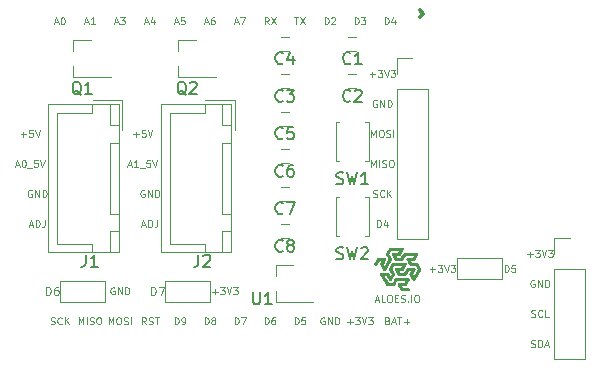
<source format=gto>
G04 #@! TF.FileFunction,Legend,Top*
%FSLAX46Y46*%
G04 Gerber Fmt 4.6, Leading zero omitted, Abs format (unit mm)*
G04 Created by KiCad (PCBNEW 4.0.7-e2-6376~60~ubuntu17.10.1) date Thu Dec 28 14:25:31 2017*
%MOMM*%
%LPD*%
G01*
G04 APERTURE LIST*
%ADD10C,0.100000*%
%ADD11C,0.300000*%
%ADD12C,0.120000*%
%ADD13C,0.010000*%
%ADD14C,0.150000*%
G04 APERTURE END LIST*
D10*
X179917857Y-114342857D02*
X180375000Y-114342857D01*
X180146429Y-114571429D02*
X180146429Y-114114286D01*
X180603571Y-113971429D02*
X180975000Y-113971429D01*
X180775000Y-114200000D01*
X180860714Y-114200000D01*
X180917857Y-114228571D01*
X180946428Y-114257143D01*
X180975000Y-114314286D01*
X180975000Y-114457143D01*
X180946428Y-114514286D01*
X180917857Y-114542857D01*
X180860714Y-114571429D01*
X180689286Y-114571429D01*
X180632143Y-114542857D01*
X180603571Y-114514286D01*
X181146429Y-113971429D02*
X181346429Y-114571429D01*
X181546429Y-113971429D01*
X181689286Y-113971429D02*
X182060715Y-113971429D01*
X181860715Y-114200000D01*
X181946429Y-114200000D01*
X182003572Y-114228571D01*
X182032143Y-114257143D01*
X182060715Y-114314286D01*
X182060715Y-114457143D01*
X182032143Y-114514286D01*
X182003572Y-114542857D01*
X181946429Y-114571429D01*
X181775001Y-114571429D01*
X181717858Y-114542857D01*
X181689286Y-114514286D01*
X186247143Y-114571429D02*
X186247143Y-113971429D01*
X186390000Y-113971429D01*
X186475715Y-114000000D01*
X186532857Y-114057143D01*
X186561429Y-114114286D01*
X186590000Y-114228571D01*
X186590000Y-114314286D01*
X186561429Y-114428571D01*
X186532857Y-114485714D01*
X186475715Y-114542857D01*
X186390000Y-114571429D01*
X186247143Y-114571429D01*
X187132857Y-113971429D02*
X186847143Y-113971429D01*
X186818572Y-114257143D01*
X186847143Y-114228571D01*
X186904286Y-114200000D01*
X187047143Y-114200000D01*
X187104286Y-114228571D01*
X187132857Y-114257143D01*
X187161429Y-114314286D01*
X187161429Y-114457143D01*
X187132857Y-114514286D01*
X187104286Y-114542857D01*
X187047143Y-114571429D01*
X186904286Y-114571429D01*
X186847143Y-114542857D01*
X186818572Y-114514286D01*
X145278571Y-102912857D02*
X145735714Y-102912857D01*
X145507143Y-103141429D02*
X145507143Y-102684286D01*
X146307142Y-102541429D02*
X146021428Y-102541429D01*
X145992857Y-102827143D01*
X146021428Y-102798571D01*
X146078571Y-102770000D01*
X146221428Y-102770000D01*
X146278571Y-102798571D01*
X146307142Y-102827143D01*
X146335714Y-102884286D01*
X146335714Y-103027143D01*
X146307142Y-103084286D01*
X146278571Y-103112857D01*
X146221428Y-103141429D01*
X146078571Y-103141429D01*
X146021428Y-103112857D01*
X145992857Y-103084286D01*
X146507143Y-102541429D02*
X146707143Y-103141429D01*
X146907143Y-102541429D01*
X146013572Y-110590000D02*
X146299286Y-110590000D01*
X145956429Y-110761429D02*
X146156429Y-110161429D01*
X146356429Y-110761429D01*
X146556429Y-110761429D02*
X146556429Y-110161429D01*
X146699286Y-110161429D01*
X146785001Y-110190000D01*
X146842143Y-110247143D01*
X146870715Y-110304286D01*
X146899286Y-110418571D01*
X146899286Y-110504286D01*
X146870715Y-110618571D01*
X146842143Y-110675714D01*
X146785001Y-110732857D01*
X146699286Y-110761429D01*
X146556429Y-110761429D01*
X147327858Y-110161429D02*
X147327858Y-110590000D01*
X147299286Y-110675714D01*
X147242143Y-110732857D01*
X147156429Y-110761429D01*
X147099286Y-110761429D01*
X146227858Y-107650000D02*
X146170715Y-107621429D01*
X146085001Y-107621429D01*
X145999286Y-107650000D01*
X145942144Y-107707143D01*
X145913572Y-107764286D01*
X145885001Y-107878571D01*
X145885001Y-107964286D01*
X145913572Y-108078571D01*
X145942144Y-108135714D01*
X145999286Y-108192857D01*
X146085001Y-108221429D01*
X146142144Y-108221429D01*
X146227858Y-108192857D01*
X146256429Y-108164286D01*
X146256429Y-107964286D01*
X146142144Y-107964286D01*
X146513572Y-108221429D02*
X146513572Y-107621429D01*
X146856429Y-108221429D01*
X146856429Y-107621429D01*
X147142143Y-108221429D02*
X147142143Y-107621429D01*
X147285000Y-107621429D01*
X147370715Y-107650000D01*
X147427857Y-107707143D01*
X147456429Y-107764286D01*
X147485000Y-107878571D01*
X147485000Y-107964286D01*
X147456429Y-108078571D01*
X147427857Y-108135714D01*
X147370715Y-108192857D01*
X147285000Y-108221429D01*
X147142143Y-108221429D01*
X154375000Y-105510000D02*
X154660714Y-105510000D01*
X154317857Y-105681429D02*
X154517857Y-105081429D01*
X154717857Y-105681429D01*
X155232143Y-105681429D02*
X154889286Y-105681429D01*
X155060714Y-105681429D02*
X155060714Y-105081429D01*
X155003571Y-105167143D01*
X154946429Y-105224286D01*
X154889286Y-105252857D01*
X155346429Y-105738571D02*
X155803572Y-105738571D01*
X156232143Y-105081429D02*
X155946429Y-105081429D01*
X155917858Y-105367143D01*
X155946429Y-105338571D01*
X156003572Y-105310000D01*
X156146429Y-105310000D01*
X156203572Y-105338571D01*
X156232143Y-105367143D01*
X156260715Y-105424286D01*
X156260715Y-105567143D01*
X156232143Y-105624286D01*
X156203572Y-105652857D01*
X156146429Y-105681429D01*
X156003572Y-105681429D01*
X155946429Y-105652857D01*
X155917858Y-105624286D01*
X156432144Y-105081429D02*
X156632144Y-105681429D01*
X156832144Y-105081429D01*
X144850000Y-105510000D02*
X145135714Y-105510000D01*
X144792857Y-105681429D02*
X144992857Y-105081429D01*
X145192857Y-105681429D01*
X145507143Y-105081429D02*
X145564286Y-105081429D01*
X145621429Y-105110000D01*
X145650000Y-105138571D01*
X145678571Y-105195714D01*
X145707143Y-105310000D01*
X145707143Y-105452857D01*
X145678571Y-105567143D01*
X145650000Y-105624286D01*
X145621429Y-105652857D01*
X145564286Y-105681429D01*
X145507143Y-105681429D01*
X145450000Y-105652857D01*
X145421429Y-105624286D01*
X145392857Y-105567143D01*
X145364286Y-105452857D01*
X145364286Y-105310000D01*
X145392857Y-105195714D01*
X145421429Y-105138571D01*
X145450000Y-105110000D01*
X145507143Y-105081429D01*
X145821429Y-105738571D02*
X146278572Y-105738571D01*
X146707143Y-105081429D02*
X146421429Y-105081429D01*
X146392858Y-105367143D01*
X146421429Y-105338571D01*
X146478572Y-105310000D01*
X146621429Y-105310000D01*
X146678572Y-105338571D01*
X146707143Y-105367143D01*
X146735715Y-105424286D01*
X146735715Y-105567143D01*
X146707143Y-105624286D01*
X146678572Y-105652857D01*
X146621429Y-105681429D01*
X146478572Y-105681429D01*
X146421429Y-105652857D01*
X146392858Y-105624286D01*
X146907144Y-105081429D02*
X147107144Y-105681429D01*
X147307144Y-105081429D01*
X155538572Y-110590000D02*
X155824286Y-110590000D01*
X155481429Y-110761429D02*
X155681429Y-110161429D01*
X155881429Y-110761429D01*
X156081429Y-110761429D02*
X156081429Y-110161429D01*
X156224286Y-110161429D01*
X156310001Y-110190000D01*
X156367143Y-110247143D01*
X156395715Y-110304286D01*
X156424286Y-110418571D01*
X156424286Y-110504286D01*
X156395715Y-110618571D01*
X156367143Y-110675714D01*
X156310001Y-110732857D01*
X156224286Y-110761429D01*
X156081429Y-110761429D01*
X156852858Y-110161429D02*
X156852858Y-110590000D01*
X156824286Y-110675714D01*
X156767143Y-110732857D01*
X156681429Y-110761429D01*
X156624286Y-110761429D01*
X155752858Y-107650000D02*
X155695715Y-107621429D01*
X155610001Y-107621429D01*
X155524286Y-107650000D01*
X155467144Y-107707143D01*
X155438572Y-107764286D01*
X155410001Y-107878571D01*
X155410001Y-107964286D01*
X155438572Y-108078571D01*
X155467144Y-108135714D01*
X155524286Y-108192857D01*
X155610001Y-108221429D01*
X155667144Y-108221429D01*
X155752858Y-108192857D01*
X155781429Y-108164286D01*
X155781429Y-107964286D01*
X155667144Y-107964286D01*
X156038572Y-108221429D02*
X156038572Y-107621429D01*
X156381429Y-108221429D01*
X156381429Y-107621429D01*
X156667143Y-108221429D02*
X156667143Y-107621429D01*
X156810000Y-107621429D01*
X156895715Y-107650000D01*
X156952857Y-107707143D01*
X156981429Y-107764286D01*
X157010000Y-107878571D01*
X157010000Y-107964286D01*
X156981429Y-108078571D01*
X156952857Y-108135714D01*
X156895715Y-108192857D01*
X156810000Y-108221429D01*
X156667143Y-108221429D01*
X154803571Y-102912857D02*
X155260714Y-102912857D01*
X155032143Y-103141429D02*
X155032143Y-102684286D01*
X155832142Y-102541429D02*
X155546428Y-102541429D01*
X155517857Y-102827143D01*
X155546428Y-102798571D01*
X155603571Y-102770000D01*
X155746428Y-102770000D01*
X155803571Y-102798571D01*
X155832142Y-102827143D01*
X155860714Y-102884286D01*
X155860714Y-103027143D01*
X155832142Y-103084286D01*
X155803571Y-103112857D01*
X155746428Y-103141429D01*
X155603571Y-103141429D01*
X155546428Y-103112857D01*
X155517857Y-103084286D01*
X156032143Y-102541429D02*
X156232143Y-103141429D01*
X156432143Y-102541429D01*
X175123572Y-108192857D02*
X175209286Y-108221429D01*
X175352143Y-108221429D01*
X175409286Y-108192857D01*
X175437857Y-108164286D01*
X175466429Y-108107143D01*
X175466429Y-108050000D01*
X175437857Y-107992857D01*
X175409286Y-107964286D01*
X175352143Y-107935714D01*
X175237857Y-107907143D01*
X175180715Y-107878571D01*
X175152143Y-107850000D01*
X175123572Y-107792857D01*
X175123572Y-107735714D01*
X175152143Y-107678571D01*
X175180715Y-107650000D01*
X175237857Y-107621429D01*
X175380715Y-107621429D01*
X175466429Y-107650000D01*
X176066429Y-108164286D02*
X176037858Y-108192857D01*
X175952144Y-108221429D01*
X175895001Y-108221429D01*
X175809286Y-108192857D01*
X175752144Y-108135714D01*
X175723572Y-108078571D01*
X175695001Y-107964286D01*
X175695001Y-107878571D01*
X175723572Y-107764286D01*
X175752144Y-107707143D01*
X175809286Y-107650000D01*
X175895001Y-107621429D01*
X175952144Y-107621429D01*
X176037858Y-107650000D01*
X176066429Y-107678571D01*
X176323572Y-108221429D02*
X176323572Y-107621429D01*
X176666429Y-108221429D02*
X176409286Y-107878571D01*
X176666429Y-107621429D02*
X176323572Y-107964286D01*
X175452143Y-110761429D02*
X175452143Y-110161429D01*
X175595000Y-110161429D01*
X175680715Y-110190000D01*
X175737857Y-110247143D01*
X175766429Y-110304286D01*
X175795000Y-110418571D01*
X175795000Y-110504286D01*
X175766429Y-110618571D01*
X175737857Y-110675714D01*
X175680715Y-110732857D01*
X175595000Y-110761429D01*
X175452143Y-110761429D01*
X176309286Y-110361429D02*
X176309286Y-110761429D01*
X176166429Y-110132857D02*
X176023572Y-110561429D01*
X176395000Y-110561429D01*
X175437858Y-100030000D02*
X175380715Y-100001429D01*
X175295001Y-100001429D01*
X175209286Y-100030000D01*
X175152144Y-100087143D01*
X175123572Y-100144286D01*
X175095001Y-100258571D01*
X175095001Y-100344286D01*
X175123572Y-100458571D01*
X175152144Y-100515714D01*
X175209286Y-100572857D01*
X175295001Y-100601429D01*
X175352144Y-100601429D01*
X175437858Y-100572857D01*
X175466429Y-100544286D01*
X175466429Y-100344286D01*
X175352144Y-100344286D01*
X175723572Y-100601429D02*
X175723572Y-100001429D01*
X176066429Y-100601429D01*
X176066429Y-100001429D01*
X176352143Y-100601429D02*
X176352143Y-100001429D01*
X176495000Y-100001429D01*
X176580715Y-100030000D01*
X176637857Y-100087143D01*
X176666429Y-100144286D01*
X176695000Y-100258571D01*
X176695000Y-100344286D01*
X176666429Y-100458571D01*
X176637857Y-100515714D01*
X176580715Y-100572857D01*
X176495000Y-100601429D01*
X176352143Y-100601429D01*
X174837857Y-97832857D02*
X175295000Y-97832857D01*
X175066429Y-98061429D02*
X175066429Y-97604286D01*
X175523571Y-97461429D02*
X175895000Y-97461429D01*
X175695000Y-97690000D01*
X175780714Y-97690000D01*
X175837857Y-97718571D01*
X175866428Y-97747143D01*
X175895000Y-97804286D01*
X175895000Y-97947143D01*
X175866428Y-98004286D01*
X175837857Y-98032857D01*
X175780714Y-98061429D01*
X175609286Y-98061429D01*
X175552143Y-98032857D01*
X175523571Y-98004286D01*
X176066429Y-97461429D02*
X176266429Y-98061429D01*
X176466429Y-97461429D01*
X176609286Y-97461429D02*
X176980715Y-97461429D01*
X176780715Y-97690000D01*
X176866429Y-97690000D01*
X176923572Y-97718571D01*
X176952143Y-97747143D01*
X176980715Y-97804286D01*
X176980715Y-97947143D01*
X176952143Y-98004286D01*
X176923572Y-98032857D01*
X176866429Y-98061429D01*
X176695001Y-98061429D01*
X176637858Y-98032857D01*
X176609286Y-98004286D01*
X188172857Y-113072857D02*
X188630000Y-113072857D01*
X188401429Y-113301429D02*
X188401429Y-112844286D01*
X188858571Y-112701429D02*
X189230000Y-112701429D01*
X189030000Y-112930000D01*
X189115714Y-112930000D01*
X189172857Y-112958571D01*
X189201428Y-112987143D01*
X189230000Y-113044286D01*
X189230000Y-113187143D01*
X189201428Y-113244286D01*
X189172857Y-113272857D01*
X189115714Y-113301429D01*
X188944286Y-113301429D01*
X188887143Y-113272857D01*
X188858571Y-113244286D01*
X189401429Y-112701429D02*
X189601429Y-113301429D01*
X189801429Y-112701429D01*
X189944286Y-112701429D02*
X190315715Y-112701429D01*
X190115715Y-112930000D01*
X190201429Y-112930000D01*
X190258572Y-112958571D01*
X190287143Y-112987143D01*
X190315715Y-113044286D01*
X190315715Y-113187143D01*
X190287143Y-113244286D01*
X190258572Y-113272857D01*
X190201429Y-113301429D01*
X190030001Y-113301429D01*
X189972858Y-113272857D01*
X189944286Y-113244286D01*
X188772858Y-115270000D02*
X188715715Y-115241429D01*
X188630001Y-115241429D01*
X188544286Y-115270000D01*
X188487144Y-115327143D01*
X188458572Y-115384286D01*
X188430001Y-115498571D01*
X188430001Y-115584286D01*
X188458572Y-115698571D01*
X188487144Y-115755714D01*
X188544286Y-115812857D01*
X188630001Y-115841429D01*
X188687144Y-115841429D01*
X188772858Y-115812857D01*
X188801429Y-115784286D01*
X188801429Y-115584286D01*
X188687144Y-115584286D01*
X189058572Y-115841429D02*
X189058572Y-115241429D01*
X189401429Y-115841429D01*
X189401429Y-115241429D01*
X189687143Y-115841429D02*
X189687143Y-115241429D01*
X189830000Y-115241429D01*
X189915715Y-115270000D01*
X189972857Y-115327143D01*
X190001429Y-115384286D01*
X190030000Y-115498571D01*
X190030000Y-115584286D01*
X190001429Y-115698571D01*
X189972857Y-115755714D01*
X189915715Y-115812857D01*
X189830000Y-115841429D01*
X189687143Y-115841429D01*
X188501429Y-120892857D02*
X188587143Y-120921429D01*
X188730000Y-120921429D01*
X188787143Y-120892857D01*
X188815714Y-120864286D01*
X188844286Y-120807143D01*
X188844286Y-120750000D01*
X188815714Y-120692857D01*
X188787143Y-120664286D01*
X188730000Y-120635714D01*
X188615714Y-120607143D01*
X188558572Y-120578571D01*
X188530000Y-120550000D01*
X188501429Y-120492857D01*
X188501429Y-120435714D01*
X188530000Y-120378571D01*
X188558572Y-120350000D01*
X188615714Y-120321429D01*
X188758572Y-120321429D01*
X188844286Y-120350000D01*
X189101429Y-120921429D02*
X189101429Y-120321429D01*
X189244286Y-120321429D01*
X189330001Y-120350000D01*
X189387143Y-120407143D01*
X189415715Y-120464286D01*
X189444286Y-120578571D01*
X189444286Y-120664286D01*
X189415715Y-120778571D01*
X189387143Y-120835714D01*
X189330001Y-120892857D01*
X189244286Y-120921429D01*
X189101429Y-120921429D01*
X189672858Y-120750000D02*
X189958572Y-120750000D01*
X189615715Y-120921429D02*
X189815715Y-120321429D01*
X190015715Y-120921429D01*
X188515715Y-118352857D02*
X188601429Y-118381429D01*
X188744286Y-118381429D01*
X188801429Y-118352857D01*
X188830000Y-118324286D01*
X188858572Y-118267143D01*
X188858572Y-118210000D01*
X188830000Y-118152857D01*
X188801429Y-118124286D01*
X188744286Y-118095714D01*
X188630000Y-118067143D01*
X188572858Y-118038571D01*
X188544286Y-118010000D01*
X188515715Y-117952857D01*
X188515715Y-117895714D01*
X188544286Y-117838571D01*
X188572858Y-117810000D01*
X188630000Y-117781429D01*
X188772858Y-117781429D01*
X188858572Y-117810000D01*
X189458572Y-118324286D02*
X189430001Y-118352857D01*
X189344287Y-118381429D01*
X189287144Y-118381429D01*
X189201429Y-118352857D01*
X189144287Y-118295714D01*
X189115715Y-118238571D01*
X189087144Y-118124286D01*
X189087144Y-118038571D01*
X189115715Y-117924286D01*
X189144287Y-117867143D01*
X189201429Y-117810000D01*
X189287144Y-117781429D01*
X189344287Y-117781429D01*
X189430001Y-117810000D01*
X189458572Y-117838571D01*
X190001429Y-118381429D02*
X189715715Y-118381429D01*
X189715715Y-117781429D01*
X174952143Y-103141429D02*
X174952143Y-102541429D01*
X175152143Y-102970000D01*
X175352143Y-102541429D01*
X175352143Y-103141429D01*
X175752143Y-102541429D02*
X175866429Y-102541429D01*
X175923571Y-102570000D01*
X175980714Y-102627143D01*
X176009286Y-102741429D01*
X176009286Y-102941429D01*
X175980714Y-103055714D01*
X175923571Y-103112857D01*
X175866429Y-103141429D01*
X175752143Y-103141429D01*
X175695000Y-103112857D01*
X175637857Y-103055714D01*
X175609286Y-102941429D01*
X175609286Y-102741429D01*
X175637857Y-102627143D01*
X175695000Y-102570000D01*
X175752143Y-102541429D01*
X176237857Y-103112857D02*
X176323571Y-103141429D01*
X176466428Y-103141429D01*
X176523571Y-103112857D01*
X176552142Y-103084286D01*
X176580714Y-103027143D01*
X176580714Y-102970000D01*
X176552142Y-102912857D01*
X176523571Y-102884286D01*
X176466428Y-102855714D01*
X176352142Y-102827143D01*
X176295000Y-102798571D01*
X176266428Y-102770000D01*
X176237857Y-102712857D01*
X176237857Y-102655714D01*
X176266428Y-102598571D01*
X176295000Y-102570000D01*
X176352142Y-102541429D01*
X176495000Y-102541429D01*
X176580714Y-102570000D01*
X176837857Y-103141429D02*
X176837857Y-102541429D01*
X174952143Y-105681429D02*
X174952143Y-105081429D01*
X175152143Y-105510000D01*
X175352143Y-105081429D01*
X175352143Y-105681429D01*
X175637857Y-105681429D02*
X175637857Y-105081429D01*
X175895000Y-105652857D02*
X175980714Y-105681429D01*
X176123571Y-105681429D01*
X176180714Y-105652857D01*
X176209285Y-105624286D01*
X176237857Y-105567143D01*
X176237857Y-105510000D01*
X176209285Y-105452857D01*
X176180714Y-105424286D01*
X176123571Y-105395714D01*
X176009285Y-105367143D01*
X175952143Y-105338571D01*
X175923571Y-105310000D01*
X175895000Y-105252857D01*
X175895000Y-105195714D01*
X175923571Y-105138571D01*
X175952143Y-105110000D01*
X176009285Y-105081429D01*
X176152143Y-105081429D01*
X176237857Y-105110000D01*
X176609286Y-105081429D02*
X176723572Y-105081429D01*
X176780714Y-105110000D01*
X176837857Y-105167143D01*
X176866429Y-105281429D01*
X176866429Y-105481429D01*
X176837857Y-105595714D01*
X176780714Y-105652857D01*
X176723572Y-105681429D01*
X176609286Y-105681429D01*
X176552143Y-105652857D01*
X176495000Y-105595714D01*
X176466429Y-105481429D01*
X176466429Y-105281429D01*
X176495000Y-105167143D01*
X176552143Y-105110000D01*
X176609286Y-105081429D01*
X147818572Y-118987857D02*
X147904286Y-119016429D01*
X148047143Y-119016429D01*
X148104286Y-118987857D01*
X148132857Y-118959286D01*
X148161429Y-118902143D01*
X148161429Y-118845000D01*
X148132857Y-118787857D01*
X148104286Y-118759286D01*
X148047143Y-118730714D01*
X147932857Y-118702143D01*
X147875715Y-118673571D01*
X147847143Y-118645000D01*
X147818572Y-118587857D01*
X147818572Y-118530714D01*
X147847143Y-118473571D01*
X147875715Y-118445000D01*
X147932857Y-118416429D01*
X148075715Y-118416429D01*
X148161429Y-118445000D01*
X148761429Y-118959286D02*
X148732858Y-118987857D01*
X148647144Y-119016429D01*
X148590001Y-119016429D01*
X148504286Y-118987857D01*
X148447144Y-118930714D01*
X148418572Y-118873571D01*
X148390001Y-118759286D01*
X148390001Y-118673571D01*
X148418572Y-118559286D01*
X148447144Y-118502143D01*
X148504286Y-118445000D01*
X148590001Y-118416429D01*
X148647144Y-118416429D01*
X148732858Y-118445000D01*
X148761429Y-118473571D01*
X149018572Y-119016429D02*
X149018572Y-118416429D01*
X149361429Y-119016429D02*
X149104286Y-118673571D01*
X149361429Y-118416429D02*
X149018572Y-118759286D01*
X150187143Y-119016429D02*
X150187143Y-118416429D01*
X150387143Y-118845000D01*
X150587143Y-118416429D01*
X150587143Y-119016429D01*
X150872857Y-119016429D02*
X150872857Y-118416429D01*
X151130000Y-118987857D02*
X151215714Y-119016429D01*
X151358571Y-119016429D01*
X151415714Y-118987857D01*
X151444285Y-118959286D01*
X151472857Y-118902143D01*
X151472857Y-118845000D01*
X151444285Y-118787857D01*
X151415714Y-118759286D01*
X151358571Y-118730714D01*
X151244285Y-118702143D01*
X151187143Y-118673571D01*
X151158571Y-118645000D01*
X151130000Y-118587857D01*
X151130000Y-118530714D01*
X151158571Y-118473571D01*
X151187143Y-118445000D01*
X151244285Y-118416429D01*
X151387143Y-118416429D01*
X151472857Y-118445000D01*
X151844286Y-118416429D02*
X151958572Y-118416429D01*
X152015714Y-118445000D01*
X152072857Y-118502143D01*
X152101429Y-118616429D01*
X152101429Y-118816429D01*
X152072857Y-118930714D01*
X152015714Y-118987857D01*
X151958572Y-119016429D01*
X151844286Y-119016429D01*
X151787143Y-118987857D01*
X151730000Y-118930714D01*
X151701429Y-118816429D01*
X151701429Y-118616429D01*
X151730000Y-118502143D01*
X151787143Y-118445000D01*
X151844286Y-118416429D01*
X152727143Y-119016429D02*
X152727143Y-118416429D01*
X152927143Y-118845000D01*
X153127143Y-118416429D01*
X153127143Y-119016429D01*
X153527143Y-118416429D02*
X153641429Y-118416429D01*
X153698571Y-118445000D01*
X153755714Y-118502143D01*
X153784286Y-118616429D01*
X153784286Y-118816429D01*
X153755714Y-118930714D01*
X153698571Y-118987857D01*
X153641429Y-119016429D01*
X153527143Y-119016429D01*
X153470000Y-118987857D01*
X153412857Y-118930714D01*
X153384286Y-118816429D01*
X153384286Y-118616429D01*
X153412857Y-118502143D01*
X153470000Y-118445000D01*
X153527143Y-118416429D01*
X154012857Y-118987857D02*
X154098571Y-119016429D01*
X154241428Y-119016429D01*
X154298571Y-118987857D01*
X154327142Y-118959286D01*
X154355714Y-118902143D01*
X154355714Y-118845000D01*
X154327142Y-118787857D01*
X154298571Y-118759286D01*
X154241428Y-118730714D01*
X154127142Y-118702143D01*
X154070000Y-118673571D01*
X154041428Y-118645000D01*
X154012857Y-118587857D01*
X154012857Y-118530714D01*
X154041428Y-118473571D01*
X154070000Y-118445000D01*
X154127142Y-118416429D01*
X154270000Y-118416429D01*
X154355714Y-118445000D01*
X154612857Y-119016429D02*
X154612857Y-118416429D01*
X155881428Y-119016429D02*
X155681428Y-118730714D01*
X155538571Y-119016429D02*
X155538571Y-118416429D01*
X155767143Y-118416429D01*
X155824285Y-118445000D01*
X155852857Y-118473571D01*
X155881428Y-118530714D01*
X155881428Y-118616429D01*
X155852857Y-118673571D01*
X155824285Y-118702143D01*
X155767143Y-118730714D01*
X155538571Y-118730714D01*
X156110000Y-118987857D02*
X156195714Y-119016429D01*
X156338571Y-119016429D01*
X156395714Y-118987857D01*
X156424285Y-118959286D01*
X156452857Y-118902143D01*
X156452857Y-118845000D01*
X156424285Y-118787857D01*
X156395714Y-118759286D01*
X156338571Y-118730714D01*
X156224285Y-118702143D01*
X156167143Y-118673571D01*
X156138571Y-118645000D01*
X156110000Y-118587857D01*
X156110000Y-118530714D01*
X156138571Y-118473571D01*
X156167143Y-118445000D01*
X156224285Y-118416429D01*
X156367143Y-118416429D01*
X156452857Y-118445000D01*
X156624286Y-118416429D02*
X156967143Y-118416429D01*
X156795714Y-119016429D02*
X156795714Y-118416429D01*
X158307143Y-119016429D02*
X158307143Y-118416429D01*
X158450000Y-118416429D01*
X158535715Y-118445000D01*
X158592857Y-118502143D01*
X158621429Y-118559286D01*
X158650000Y-118673571D01*
X158650000Y-118759286D01*
X158621429Y-118873571D01*
X158592857Y-118930714D01*
X158535715Y-118987857D01*
X158450000Y-119016429D01*
X158307143Y-119016429D01*
X158935715Y-119016429D02*
X159050000Y-119016429D01*
X159107143Y-118987857D01*
X159135715Y-118959286D01*
X159192857Y-118873571D01*
X159221429Y-118759286D01*
X159221429Y-118530714D01*
X159192857Y-118473571D01*
X159164286Y-118445000D01*
X159107143Y-118416429D01*
X158992857Y-118416429D01*
X158935715Y-118445000D01*
X158907143Y-118473571D01*
X158878572Y-118530714D01*
X158878572Y-118673571D01*
X158907143Y-118730714D01*
X158935715Y-118759286D01*
X158992857Y-118787857D01*
X159107143Y-118787857D01*
X159164286Y-118759286D01*
X159192857Y-118730714D01*
X159221429Y-118673571D01*
X160847143Y-119016429D02*
X160847143Y-118416429D01*
X160990000Y-118416429D01*
X161075715Y-118445000D01*
X161132857Y-118502143D01*
X161161429Y-118559286D01*
X161190000Y-118673571D01*
X161190000Y-118759286D01*
X161161429Y-118873571D01*
X161132857Y-118930714D01*
X161075715Y-118987857D01*
X160990000Y-119016429D01*
X160847143Y-119016429D01*
X161532857Y-118673571D02*
X161475715Y-118645000D01*
X161447143Y-118616429D01*
X161418572Y-118559286D01*
X161418572Y-118530714D01*
X161447143Y-118473571D01*
X161475715Y-118445000D01*
X161532857Y-118416429D01*
X161647143Y-118416429D01*
X161704286Y-118445000D01*
X161732857Y-118473571D01*
X161761429Y-118530714D01*
X161761429Y-118559286D01*
X161732857Y-118616429D01*
X161704286Y-118645000D01*
X161647143Y-118673571D01*
X161532857Y-118673571D01*
X161475715Y-118702143D01*
X161447143Y-118730714D01*
X161418572Y-118787857D01*
X161418572Y-118902143D01*
X161447143Y-118959286D01*
X161475715Y-118987857D01*
X161532857Y-119016429D01*
X161647143Y-119016429D01*
X161704286Y-118987857D01*
X161732857Y-118959286D01*
X161761429Y-118902143D01*
X161761429Y-118787857D01*
X161732857Y-118730714D01*
X161704286Y-118702143D01*
X161647143Y-118673571D01*
X163387143Y-119016429D02*
X163387143Y-118416429D01*
X163530000Y-118416429D01*
X163615715Y-118445000D01*
X163672857Y-118502143D01*
X163701429Y-118559286D01*
X163730000Y-118673571D01*
X163730000Y-118759286D01*
X163701429Y-118873571D01*
X163672857Y-118930714D01*
X163615715Y-118987857D01*
X163530000Y-119016429D01*
X163387143Y-119016429D01*
X163930000Y-118416429D02*
X164330000Y-118416429D01*
X164072857Y-119016429D01*
X165927143Y-119016429D02*
X165927143Y-118416429D01*
X166070000Y-118416429D01*
X166155715Y-118445000D01*
X166212857Y-118502143D01*
X166241429Y-118559286D01*
X166270000Y-118673571D01*
X166270000Y-118759286D01*
X166241429Y-118873571D01*
X166212857Y-118930714D01*
X166155715Y-118987857D01*
X166070000Y-119016429D01*
X165927143Y-119016429D01*
X166784286Y-118416429D02*
X166670000Y-118416429D01*
X166612857Y-118445000D01*
X166584286Y-118473571D01*
X166527143Y-118559286D01*
X166498572Y-118673571D01*
X166498572Y-118902143D01*
X166527143Y-118959286D01*
X166555715Y-118987857D01*
X166612857Y-119016429D01*
X166727143Y-119016429D01*
X166784286Y-118987857D01*
X166812857Y-118959286D01*
X166841429Y-118902143D01*
X166841429Y-118759286D01*
X166812857Y-118702143D01*
X166784286Y-118673571D01*
X166727143Y-118645000D01*
X166612857Y-118645000D01*
X166555715Y-118673571D01*
X166527143Y-118702143D01*
X166498572Y-118759286D01*
X168467143Y-119016429D02*
X168467143Y-118416429D01*
X168610000Y-118416429D01*
X168695715Y-118445000D01*
X168752857Y-118502143D01*
X168781429Y-118559286D01*
X168810000Y-118673571D01*
X168810000Y-118759286D01*
X168781429Y-118873571D01*
X168752857Y-118930714D01*
X168695715Y-118987857D01*
X168610000Y-119016429D01*
X168467143Y-119016429D01*
X169352857Y-118416429D02*
X169067143Y-118416429D01*
X169038572Y-118702143D01*
X169067143Y-118673571D01*
X169124286Y-118645000D01*
X169267143Y-118645000D01*
X169324286Y-118673571D01*
X169352857Y-118702143D01*
X169381429Y-118759286D01*
X169381429Y-118902143D01*
X169352857Y-118959286D01*
X169324286Y-118987857D01*
X169267143Y-119016429D01*
X169124286Y-119016429D01*
X169067143Y-118987857D01*
X169038572Y-118959286D01*
X148161429Y-93445000D02*
X148447143Y-93445000D01*
X148104286Y-93616429D02*
X148304286Y-93016429D01*
X148504286Y-93616429D01*
X148818572Y-93016429D02*
X148875715Y-93016429D01*
X148932858Y-93045000D01*
X148961429Y-93073571D01*
X148990000Y-93130714D01*
X149018572Y-93245000D01*
X149018572Y-93387857D01*
X148990000Y-93502143D01*
X148961429Y-93559286D01*
X148932858Y-93587857D01*
X148875715Y-93616429D01*
X148818572Y-93616429D01*
X148761429Y-93587857D01*
X148732858Y-93559286D01*
X148704286Y-93502143D01*
X148675715Y-93387857D01*
X148675715Y-93245000D01*
X148704286Y-93130714D01*
X148732858Y-93073571D01*
X148761429Y-93045000D01*
X148818572Y-93016429D01*
X150701429Y-93445000D02*
X150987143Y-93445000D01*
X150644286Y-93616429D02*
X150844286Y-93016429D01*
X151044286Y-93616429D01*
X151558572Y-93616429D02*
X151215715Y-93616429D01*
X151387143Y-93616429D02*
X151387143Y-93016429D01*
X151330000Y-93102143D01*
X151272858Y-93159286D01*
X151215715Y-93187857D01*
X153241429Y-93445000D02*
X153527143Y-93445000D01*
X153184286Y-93616429D02*
X153384286Y-93016429D01*
X153584286Y-93616429D01*
X153727143Y-93016429D02*
X154098572Y-93016429D01*
X153898572Y-93245000D01*
X153984286Y-93245000D01*
X154041429Y-93273571D01*
X154070000Y-93302143D01*
X154098572Y-93359286D01*
X154098572Y-93502143D01*
X154070000Y-93559286D01*
X154041429Y-93587857D01*
X153984286Y-93616429D01*
X153812858Y-93616429D01*
X153755715Y-93587857D01*
X153727143Y-93559286D01*
X155781429Y-93445000D02*
X156067143Y-93445000D01*
X155724286Y-93616429D02*
X155924286Y-93016429D01*
X156124286Y-93616429D01*
X156581429Y-93216429D02*
X156581429Y-93616429D01*
X156438572Y-92987857D02*
X156295715Y-93416429D01*
X156667143Y-93416429D01*
X158321429Y-93445000D02*
X158607143Y-93445000D01*
X158264286Y-93616429D02*
X158464286Y-93016429D01*
X158664286Y-93616429D01*
X159150000Y-93016429D02*
X158864286Y-93016429D01*
X158835715Y-93302143D01*
X158864286Y-93273571D01*
X158921429Y-93245000D01*
X159064286Y-93245000D01*
X159121429Y-93273571D01*
X159150000Y-93302143D01*
X159178572Y-93359286D01*
X159178572Y-93502143D01*
X159150000Y-93559286D01*
X159121429Y-93587857D01*
X159064286Y-93616429D01*
X158921429Y-93616429D01*
X158864286Y-93587857D01*
X158835715Y-93559286D01*
X176087143Y-93616429D02*
X176087143Y-93016429D01*
X176230000Y-93016429D01*
X176315715Y-93045000D01*
X176372857Y-93102143D01*
X176401429Y-93159286D01*
X176430000Y-93273571D01*
X176430000Y-93359286D01*
X176401429Y-93473571D01*
X176372857Y-93530714D01*
X176315715Y-93587857D01*
X176230000Y-93616429D01*
X176087143Y-93616429D01*
X176944286Y-93216429D02*
X176944286Y-93616429D01*
X176801429Y-92987857D02*
X176658572Y-93416429D01*
X177030000Y-93416429D01*
X173547143Y-93616429D02*
X173547143Y-93016429D01*
X173690000Y-93016429D01*
X173775715Y-93045000D01*
X173832857Y-93102143D01*
X173861429Y-93159286D01*
X173890000Y-93273571D01*
X173890000Y-93359286D01*
X173861429Y-93473571D01*
X173832857Y-93530714D01*
X173775715Y-93587857D01*
X173690000Y-93616429D01*
X173547143Y-93616429D01*
X174090000Y-93016429D02*
X174461429Y-93016429D01*
X174261429Y-93245000D01*
X174347143Y-93245000D01*
X174404286Y-93273571D01*
X174432857Y-93302143D01*
X174461429Y-93359286D01*
X174461429Y-93502143D01*
X174432857Y-93559286D01*
X174404286Y-93587857D01*
X174347143Y-93616429D01*
X174175715Y-93616429D01*
X174118572Y-93587857D01*
X174090000Y-93559286D01*
X171007143Y-93616429D02*
X171007143Y-93016429D01*
X171150000Y-93016429D01*
X171235715Y-93045000D01*
X171292857Y-93102143D01*
X171321429Y-93159286D01*
X171350000Y-93273571D01*
X171350000Y-93359286D01*
X171321429Y-93473571D01*
X171292857Y-93530714D01*
X171235715Y-93587857D01*
X171150000Y-93616429D01*
X171007143Y-93616429D01*
X171578572Y-93073571D02*
X171607143Y-93045000D01*
X171664286Y-93016429D01*
X171807143Y-93016429D01*
X171864286Y-93045000D01*
X171892857Y-93073571D01*
X171921429Y-93130714D01*
X171921429Y-93187857D01*
X171892857Y-93273571D01*
X171550000Y-93616429D01*
X171921429Y-93616429D01*
X168452857Y-93016429D02*
X168795714Y-93016429D01*
X168624285Y-93616429D02*
X168624285Y-93016429D01*
X168938571Y-93016429D02*
X169338571Y-93616429D01*
X169338571Y-93016429D02*
X168938571Y-93616429D01*
X166270000Y-93616429D02*
X166070000Y-93330714D01*
X165927143Y-93616429D02*
X165927143Y-93016429D01*
X166155715Y-93016429D01*
X166212857Y-93045000D01*
X166241429Y-93073571D01*
X166270000Y-93130714D01*
X166270000Y-93216429D01*
X166241429Y-93273571D01*
X166212857Y-93302143D01*
X166155715Y-93330714D01*
X165927143Y-93330714D01*
X166470000Y-93016429D02*
X166870000Y-93616429D01*
X166870000Y-93016429D02*
X166470000Y-93616429D01*
X163401429Y-93445000D02*
X163687143Y-93445000D01*
X163344286Y-93616429D02*
X163544286Y-93016429D01*
X163744286Y-93616429D01*
X163887143Y-93016429D02*
X164287143Y-93016429D01*
X164030000Y-93616429D01*
D11*
X179113571Y-92424286D02*
X179327857Y-92710000D01*
X179113571Y-92995715D01*
D10*
X153212858Y-115905000D02*
X153155715Y-115876429D01*
X153070001Y-115876429D01*
X152984286Y-115905000D01*
X152927144Y-115962143D01*
X152898572Y-116019286D01*
X152870001Y-116133571D01*
X152870001Y-116219286D01*
X152898572Y-116333571D01*
X152927144Y-116390714D01*
X152984286Y-116447857D01*
X153070001Y-116476429D01*
X153127144Y-116476429D01*
X153212858Y-116447857D01*
X153241429Y-116419286D01*
X153241429Y-116219286D01*
X153127144Y-116219286D01*
X153498572Y-116476429D02*
X153498572Y-115876429D01*
X153841429Y-116476429D01*
X153841429Y-115876429D01*
X154127143Y-116476429D02*
X154127143Y-115876429D01*
X154270000Y-115876429D01*
X154355715Y-115905000D01*
X154412857Y-115962143D01*
X154441429Y-116019286D01*
X154470000Y-116133571D01*
X154470000Y-116219286D01*
X154441429Y-116333571D01*
X154412857Y-116390714D01*
X154355715Y-116447857D01*
X154270000Y-116476429D01*
X154127143Y-116476429D01*
X161502857Y-116247857D02*
X161960000Y-116247857D01*
X161731429Y-116476429D02*
X161731429Y-116019286D01*
X162188571Y-115876429D02*
X162560000Y-115876429D01*
X162360000Y-116105000D01*
X162445714Y-116105000D01*
X162502857Y-116133571D01*
X162531428Y-116162143D01*
X162560000Y-116219286D01*
X162560000Y-116362143D01*
X162531428Y-116419286D01*
X162502857Y-116447857D01*
X162445714Y-116476429D01*
X162274286Y-116476429D01*
X162217143Y-116447857D01*
X162188571Y-116419286D01*
X162731429Y-115876429D02*
X162931429Y-116476429D01*
X163131429Y-115876429D01*
X163274286Y-115876429D02*
X163645715Y-115876429D01*
X163445715Y-116105000D01*
X163531429Y-116105000D01*
X163588572Y-116133571D01*
X163617143Y-116162143D01*
X163645715Y-116219286D01*
X163645715Y-116362143D01*
X163617143Y-116419286D01*
X163588572Y-116447857D01*
X163531429Y-116476429D01*
X163360001Y-116476429D01*
X163302858Y-116447857D01*
X163274286Y-116419286D01*
X147438334Y-116521667D02*
X147438334Y-115821667D01*
X147605000Y-115821667D01*
X147705000Y-115855000D01*
X147771667Y-115921667D01*
X147805000Y-115988333D01*
X147838334Y-116121667D01*
X147838334Y-116221667D01*
X147805000Y-116355000D01*
X147771667Y-116421667D01*
X147705000Y-116488333D01*
X147605000Y-116521667D01*
X147438334Y-116521667D01*
X148438334Y-115821667D02*
X148305000Y-115821667D01*
X148238334Y-115855000D01*
X148205000Y-115888333D01*
X148138334Y-115988333D01*
X148105000Y-116121667D01*
X148105000Y-116388333D01*
X148138334Y-116455000D01*
X148171667Y-116488333D01*
X148238334Y-116521667D01*
X148371667Y-116521667D01*
X148438334Y-116488333D01*
X148471667Y-116455000D01*
X148505000Y-116388333D01*
X148505000Y-116221667D01*
X148471667Y-116155000D01*
X148438334Y-116121667D01*
X148371667Y-116088333D01*
X148238334Y-116088333D01*
X148171667Y-116121667D01*
X148138334Y-116155000D01*
X148105000Y-116221667D01*
X156328334Y-116521667D02*
X156328334Y-115821667D01*
X156495000Y-115821667D01*
X156595000Y-115855000D01*
X156661667Y-115921667D01*
X156695000Y-115988333D01*
X156728334Y-116121667D01*
X156728334Y-116221667D01*
X156695000Y-116355000D01*
X156661667Y-116421667D01*
X156595000Y-116488333D01*
X156495000Y-116521667D01*
X156328334Y-116521667D01*
X156961667Y-115821667D02*
X157428334Y-115821667D01*
X157128334Y-116521667D01*
X175307858Y-116940000D02*
X175593572Y-116940000D01*
X175250715Y-117111429D02*
X175450715Y-116511429D01*
X175650715Y-117111429D01*
X176136429Y-117111429D02*
X175850715Y-117111429D01*
X175850715Y-116511429D01*
X176450715Y-116511429D02*
X176565001Y-116511429D01*
X176622143Y-116540000D01*
X176679286Y-116597143D01*
X176707858Y-116711429D01*
X176707858Y-116911429D01*
X176679286Y-117025714D01*
X176622143Y-117082857D01*
X176565001Y-117111429D01*
X176450715Y-117111429D01*
X176393572Y-117082857D01*
X176336429Y-117025714D01*
X176307858Y-116911429D01*
X176307858Y-116711429D01*
X176336429Y-116597143D01*
X176393572Y-116540000D01*
X176450715Y-116511429D01*
X176965000Y-116797143D02*
X177165000Y-116797143D01*
X177250714Y-117111429D02*
X176965000Y-117111429D01*
X176965000Y-116511429D01*
X177250714Y-116511429D01*
X177479286Y-117082857D02*
X177565000Y-117111429D01*
X177707857Y-117111429D01*
X177765000Y-117082857D01*
X177793571Y-117054286D01*
X177822143Y-116997143D01*
X177822143Y-116940000D01*
X177793571Y-116882857D01*
X177765000Y-116854286D01*
X177707857Y-116825714D01*
X177593571Y-116797143D01*
X177536429Y-116768571D01*
X177507857Y-116740000D01*
X177479286Y-116682857D01*
X177479286Y-116625714D01*
X177507857Y-116568571D01*
X177536429Y-116540000D01*
X177593571Y-116511429D01*
X177736429Y-116511429D01*
X177822143Y-116540000D01*
X178079286Y-117054286D02*
X178107858Y-117082857D01*
X178079286Y-117111429D01*
X178050715Y-117082857D01*
X178079286Y-117054286D01*
X178079286Y-117111429D01*
X178365000Y-117111429D02*
X178365000Y-116511429D01*
X178765000Y-116511429D02*
X178879286Y-116511429D01*
X178936428Y-116540000D01*
X178993571Y-116597143D01*
X179022143Y-116711429D01*
X179022143Y-116911429D01*
X178993571Y-117025714D01*
X178936428Y-117082857D01*
X178879286Y-117111429D01*
X178765000Y-117111429D01*
X178707857Y-117082857D01*
X178650714Y-117025714D01*
X178622143Y-116911429D01*
X178622143Y-116711429D01*
X178650714Y-116597143D01*
X178707857Y-116540000D01*
X178765000Y-116511429D01*
X170992858Y-118445000D02*
X170935715Y-118416429D01*
X170850001Y-118416429D01*
X170764286Y-118445000D01*
X170707144Y-118502143D01*
X170678572Y-118559286D01*
X170650001Y-118673571D01*
X170650001Y-118759286D01*
X170678572Y-118873571D01*
X170707144Y-118930714D01*
X170764286Y-118987857D01*
X170850001Y-119016429D01*
X170907144Y-119016429D01*
X170992858Y-118987857D01*
X171021429Y-118959286D01*
X171021429Y-118759286D01*
X170907144Y-118759286D01*
X171278572Y-119016429D02*
X171278572Y-118416429D01*
X171621429Y-119016429D01*
X171621429Y-118416429D01*
X171907143Y-119016429D02*
X171907143Y-118416429D01*
X172050000Y-118416429D01*
X172135715Y-118445000D01*
X172192857Y-118502143D01*
X172221429Y-118559286D01*
X172250000Y-118673571D01*
X172250000Y-118759286D01*
X172221429Y-118873571D01*
X172192857Y-118930714D01*
X172135715Y-118987857D01*
X172050000Y-119016429D01*
X171907143Y-119016429D01*
X172932857Y-118787857D02*
X173390000Y-118787857D01*
X173161429Y-119016429D02*
X173161429Y-118559286D01*
X173618571Y-118416429D02*
X173990000Y-118416429D01*
X173790000Y-118645000D01*
X173875714Y-118645000D01*
X173932857Y-118673571D01*
X173961428Y-118702143D01*
X173990000Y-118759286D01*
X173990000Y-118902143D01*
X173961428Y-118959286D01*
X173932857Y-118987857D01*
X173875714Y-119016429D01*
X173704286Y-119016429D01*
X173647143Y-118987857D01*
X173618571Y-118959286D01*
X174161429Y-118416429D02*
X174361429Y-119016429D01*
X174561429Y-118416429D01*
X174704286Y-118416429D02*
X175075715Y-118416429D01*
X174875715Y-118645000D01*
X174961429Y-118645000D01*
X175018572Y-118673571D01*
X175047143Y-118702143D01*
X175075715Y-118759286D01*
X175075715Y-118902143D01*
X175047143Y-118959286D01*
X175018572Y-118987857D01*
X174961429Y-119016429D01*
X174790001Y-119016429D01*
X174732858Y-118987857D01*
X174704286Y-118959286D01*
X176350714Y-118702143D02*
X176436428Y-118730714D01*
X176465000Y-118759286D01*
X176493571Y-118816429D01*
X176493571Y-118902143D01*
X176465000Y-118959286D01*
X176436428Y-118987857D01*
X176379286Y-119016429D01*
X176150714Y-119016429D01*
X176150714Y-118416429D01*
X176350714Y-118416429D01*
X176407857Y-118445000D01*
X176436428Y-118473571D01*
X176465000Y-118530714D01*
X176465000Y-118587857D01*
X176436428Y-118645000D01*
X176407857Y-118673571D01*
X176350714Y-118702143D01*
X176150714Y-118702143D01*
X176722143Y-118845000D02*
X177007857Y-118845000D01*
X176665000Y-119016429D02*
X176865000Y-118416429D01*
X177065000Y-119016429D01*
X177179286Y-118416429D02*
X177522143Y-118416429D01*
X177350714Y-119016429D02*
X177350714Y-118416429D01*
X177722143Y-118787857D02*
X178179286Y-118787857D01*
X177950715Y-119016429D02*
X177950715Y-118559286D01*
X160861429Y-93445000D02*
X161147143Y-93445000D01*
X160804286Y-93616429D02*
X161004286Y-93016429D01*
X161204286Y-93616429D01*
X161661429Y-93016429D02*
X161547143Y-93016429D01*
X161490000Y-93045000D01*
X161461429Y-93073571D01*
X161404286Y-93159286D01*
X161375715Y-93273571D01*
X161375715Y-93502143D01*
X161404286Y-93559286D01*
X161432858Y-93587857D01*
X161490000Y-93616429D01*
X161604286Y-93616429D01*
X161661429Y-93587857D01*
X161690000Y-93559286D01*
X161718572Y-93502143D01*
X161718572Y-93359286D01*
X161690000Y-93302143D01*
X161661429Y-93273571D01*
X161604286Y-93245000D01*
X161490000Y-93245000D01*
X161432858Y-93273571D01*
X161404286Y-93302143D01*
X161375715Y-93359286D01*
D12*
X190440000Y-114300000D02*
X190440000Y-121980000D01*
X190440000Y-121980000D02*
X193100000Y-121980000D01*
X193100000Y-121980000D02*
X193100000Y-114300000D01*
X193100000Y-114300000D02*
X190440000Y-114300000D01*
X190440000Y-113030000D02*
X190440000Y-111700000D01*
X190440000Y-111700000D02*
X191770000Y-111700000D01*
X173005000Y-94650000D02*
X173705000Y-94650000D01*
X173705000Y-95850000D02*
X173005000Y-95850000D01*
X173005000Y-97825000D02*
X173705000Y-97825000D01*
X173705000Y-99025000D02*
X173005000Y-99025000D01*
X167290000Y-97825000D02*
X167990000Y-97825000D01*
X167990000Y-99025000D02*
X167290000Y-99025000D01*
X167290000Y-94650000D02*
X167990000Y-94650000D01*
X167990000Y-95850000D02*
X167290000Y-95850000D01*
X167990000Y-102200000D02*
X167290000Y-102200000D01*
X167290000Y-101000000D02*
X167990000Y-101000000D01*
X167290000Y-104175000D02*
X167990000Y-104175000D01*
X167990000Y-105375000D02*
X167290000Y-105375000D01*
X167290000Y-107350000D02*
X167990000Y-107350000D01*
X167990000Y-108550000D02*
X167290000Y-108550000D01*
X167290000Y-110525000D02*
X167990000Y-110525000D01*
X167990000Y-111725000D02*
X167290000Y-111725000D01*
X157475000Y-117095000D02*
X161295000Y-117095000D01*
X161295000Y-117095000D02*
X161295000Y-115315000D01*
X161295000Y-115315000D02*
X157475000Y-115315000D01*
X157475000Y-117095000D02*
X157475000Y-115315000D01*
X148585000Y-117095000D02*
X152405000Y-117095000D01*
X152405000Y-117095000D02*
X152405000Y-115315000D01*
X152405000Y-115315000D02*
X148585000Y-115315000D01*
X148585000Y-117095000D02*
X148585000Y-115315000D01*
X149735000Y-94940000D02*
X149735000Y-95870000D01*
X149735000Y-98100000D02*
X149735000Y-97170000D01*
X149735000Y-98100000D02*
X152895000Y-98100000D01*
X149735000Y-94940000D02*
X151195000Y-94940000D01*
X158625000Y-94940000D02*
X158625000Y-95870000D01*
X158625000Y-98100000D02*
X158625000Y-97170000D01*
X158625000Y-98100000D02*
X161785000Y-98100000D01*
X158625000Y-94940000D02*
X160085000Y-94940000D01*
X174455000Y-105155000D02*
X174755000Y-105155000D01*
X174755000Y-105155000D02*
X174755000Y-101855000D01*
X174755000Y-101855000D02*
X174455000Y-101855000D01*
X172255000Y-105155000D02*
X171955000Y-105155000D01*
X171955000Y-105155000D02*
X171955000Y-101855000D01*
X171955000Y-101855000D02*
X172255000Y-101855000D01*
X174455000Y-111505000D02*
X174755000Y-111505000D01*
X174755000Y-111505000D02*
X174755000Y-108205000D01*
X174755000Y-108205000D02*
X174455000Y-108205000D01*
X172255000Y-111505000D02*
X171955000Y-111505000D01*
X171955000Y-111505000D02*
X171955000Y-108205000D01*
X171955000Y-108205000D02*
X172255000Y-108205000D01*
X166880000Y-113990000D02*
X166880000Y-114920000D01*
X166880000Y-117150000D02*
X166880000Y-116220000D01*
X166880000Y-117150000D02*
X170040000Y-117150000D01*
X166880000Y-113990000D02*
X168340000Y-113990000D01*
D13*
G36*
X177155055Y-112505126D02*
X177246325Y-112505220D01*
X177323284Y-112505419D01*
X177387242Y-112505760D01*
X177439511Y-112506284D01*
X177481401Y-112507027D01*
X177514224Y-112508028D01*
X177539291Y-112509325D01*
X177557912Y-112510957D01*
X177571399Y-112512962D01*
X177581062Y-112515379D01*
X177588213Y-112518245D01*
X177593242Y-112521030D01*
X177620972Y-112546640D01*
X177635062Y-112579393D01*
X177633969Y-112615443D01*
X177632789Y-112619662D01*
X177625767Y-112635949D01*
X177611474Y-112664091D01*
X177591244Y-112701785D01*
X177566410Y-112746725D01*
X177538305Y-112796606D01*
X177508261Y-112849124D01*
X177477612Y-112901973D01*
X177447691Y-112952848D01*
X177419830Y-112999445D01*
X177395362Y-113039458D01*
X177375621Y-113070583D01*
X177361939Y-113090515D01*
X177357306Y-113096037D01*
X177349936Y-113102113D01*
X177340884Y-113106798D01*
X177327821Y-113110367D01*
X177308415Y-113113096D01*
X177280336Y-113115261D01*
X177241254Y-113117138D01*
X177188837Y-113119004D01*
X177154015Y-113120108D01*
X177100299Y-113121922D01*
X177052776Y-113123804D01*
X177013879Y-113125635D01*
X176986038Y-113127296D01*
X176971687Y-113128666D01*
X176970267Y-113129121D01*
X176974277Y-113137205D01*
X176985342Y-113157349D01*
X177002012Y-113186968D01*
X177022838Y-113223477D01*
X177035883Y-113246154D01*
X177101500Y-113359884D01*
X177491814Y-113360200D01*
X177601127Y-113168386D01*
X177631619Y-113115549D01*
X177660512Y-113066730D01*
X177686435Y-113024149D01*
X177708016Y-112990027D01*
X177723883Y-112966586D01*
X177731850Y-112956719D01*
X177753260Y-112936867D01*
X178821145Y-112936867D01*
X178848206Y-112964787D01*
X178860806Y-112978613D01*
X178869833Y-112991887D01*
X178874741Y-113006269D01*
X178874984Y-113023417D01*
X178870015Y-113044992D01*
X178859289Y-113072654D01*
X178842259Y-113108061D01*
X178818378Y-113152872D01*
X178787102Y-113208749D01*
X178747883Y-113277349D01*
X178741917Y-113287734D01*
X178700480Y-113359273D01*
X178666294Y-113416979D01*
X178638646Y-113461966D01*
X178616824Y-113495343D01*
X178600115Y-113518222D01*
X178587805Y-113531716D01*
X178583167Y-113535235D01*
X178572296Y-113540610D01*
X178557977Y-113544771D01*
X178537779Y-113547955D01*
X178509271Y-113550401D01*
X178470023Y-113552348D01*
X178417603Y-113554035D01*
X178382450Y-113554934D01*
X178207132Y-113559167D01*
X178275318Y-113675583D01*
X178343504Y-113792000D01*
X178497202Y-113793077D01*
X178555142Y-113793761D01*
X178615283Y-113794949D01*
X178672317Y-113796504D01*
X178720938Y-113798291D01*
X178744033Y-113799427D01*
X178837167Y-113804700D01*
X178867919Y-113851267D01*
X178880723Y-113871506D01*
X178900461Y-113903787D01*
X178925571Y-113945503D01*
X178954489Y-113994048D01*
X178985655Y-114046814D01*
X179009736Y-114087884D01*
X179044327Y-114147415D01*
X179071080Y-114194416D01*
X179090950Y-114230831D01*
X179104891Y-114258601D01*
X179113858Y-114279668D01*
X179118805Y-114295974D01*
X179120688Y-114309461D01*
X179120800Y-114313800D01*
X179120035Y-114322672D01*
X179117323Y-114333782D01*
X179112046Y-114348291D01*
X179103581Y-114367360D01*
X179091307Y-114392149D01*
X179074602Y-114423819D01*
X179052847Y-114463530D01*
X179025420Y-114512442D01*
X178991699Y-114571717D01*
X178951064Y-114642514D01*
X178902893Y-114725995D01*
X178866799Y-114788383D01*
X178818951Y-114870677D01*
X178773564Y-114948059D01*
X178731399Y-115019271D01*
X178693220Y-115083055D01*
X178659787Y-115138155D01*
X178631862Y-115183312D01*
X178610207Y-115217268D01*
X178595585Y-115238767D01*
X178589515Y-115246108D01*
X178557645Y-115261908D01*
X178521289Y-115263691D01*
X178486120Y-115251342D01*
X178475173Y-115240929D01*
X178458632Y-115219023D01*
X178436042Y-115184911D01*
X178406949Y-115137882D01*
X178370900Y-115077224D01*
X178330297Y-115007200D01*
X178292278Y-114940759D01*
X178262077Y-114887183D01*
X178238855Y-114844790D01*
X178221768Y-114811895D01*
X178209974Y-114786813D01*
X178202633Y-114767860D01*
X178198902Y-114753352D01*
X178197934Y-114742392D01*
X178199515Y-114726334D01*
X178205029Y-114707281D01*
X178215631Y-114682690D01*
X178232477Y-114650017D01*
X178256723Y-114606722D01*
X178270221Y-114583325D01*
X178295156Y-114540213D01*
X178317935Y-114500541D01*
X178336832Y-114467340D01*
X178350117Y-114443644D01*
X178355105Y-114434425D01*
X178367702Y-114410067D01*
X178092100Y-114410329D01*
X177982034Y-114602815D01*
X177951465Y-114655657D01*
X177922580Y-114704438D01*
X177896734Y-114746956D01*
X177875283Y-114781012D01*
X177859584Y-114804405D01*
X177851681Y-114814350D01*
X177845894Y-114819494D01*
X177839455Y-114823615D01*
X177830555Y-114826824D01*
X177817388Y-114829231D01*
X177798145Y-114830948D01*
X177771020Y-114832085D01*
X177734205Y-114832753D01*
X177685892Y-114833064D01*
X177624276Y-114833129D01*
X177547547Y-114833057D01*
X177546881Y-114833056D01*
X177262367Y-114832712D01*
X177236362Y-114809773D01*
X177224286Y-114795421D01*
X177205938Y-114768880D01*
X177182588Y-114732384D01*
X177155505Y-114688167D01*
X177125960Y-114638462D01*
X177095223Y-114585504D01*
X177064564Y-114531527D01*
X177035253Y-114478764D01*
X177008560Y-114429450D01*
X176985754Y-114385818D01*
X176968107Y-114350101D01*
X176956887Y-114324536D01*
X176953333Y-114311931D01*
X176960049Y-114285766D01*
X176978368Y-114256566D01*
X176979350Y-114255363D01*
X177005366Y-114223800D01*
X177201600Y-114222881D01*
X177260847Y-114222378D01*
X177317357Y-114221479D01*
X177367931Y-114220270D01*
X177409369Y-114218832D01*
X177438473Y-114217248D01*
X177446508Y-114216531D01*
X177495182Y-114211100D01*
X177562079Y-114094683D01*
X177628975Y-113978267D01*
X176854953Y-113978267D01*
X176759501Y-114144793D01*
X176728398Y-114199379D01*
X176705036Y-114241351D01*
X176688509Y-114272658D01*
X176677912Y-114295246D01*
X176672340Y-114311063D01*
X176670888Y-114322055D01*
X176672651Y-114330170D01*
X176672975Y-114330912D01*
X176679611Y-114343483D01*
X176693522Y-114368416D01*
X176713425Y-114403459D01*
X176738036Y-114446362D01*
X176766073Y-114494876D01*
X176787984Y-114532573D01*
X176825225Y-114597296D01*
X176853830Y-114648909D01*
X176874361Y-114688520D01*
X176887382Y-114717238D01*
X176893452Y-114736169D01*
X176894067Y-114741732D01*
X176892742Y-114752795D01*
X176888294Y-114767579D01*
X176880016Y-114787408D01*
X176867198Y-114813611D01*
X176849131Y-114847512D01*
X176825108Y-114890439D01*
X176794419Y-114943718D01*
X176756356Y-115008675D01*
X176710210Y-115086637D01*
X176706130Y-115093504D01*
X176678028Y-115139948D01*
X176651845Y-115181628D01*
X176629106Y-115216240D01*
X176611337Y-115241481D01*
X176600064Y-115255047D01*
X176598193Y-115256488D01*
X176570518Y-115263936D01*
X176537208Y-115263082D01*
X176507195Y-115254254D01*
X176504903Y-115253048D01*
X176493321Y-115241287D01*
X176474381Y-115214991D01*
X176448430Y-115174700D01*
X176415815Y-115120960D01*
X176376882Y-115054311D01*
X176368417Y-115039565D01*
X176252795Y-114837634D01*
X176111520Y-114835310D01*
X175970244Y-114832986D01*
X175991435Y-114869177D01*
X176000260Y-114884349D01*
X176016513Y-114912397D01*
X176039162Y-114951533D01*
X176067170Y-114999967D01*
X176099504Y-115055909D01*
X176135128Y-115117570D01*
X176173009Y-115183160D01*
X176186158Y-115205934D01*
X176359689Y-115506500D01*
X176552795Y-115508619D01*
X176745900Y-115510738D01*
X176859858Y-115311082D01*
X176895063Y-115250296D01*
X176926781Y-115197294D01*
X176954023Y-115153637D01*
X176975801Y-115120884D01*
X176991127Y-115100594D01*
X176996631Y-115095180D01*
X177001886Y-115091849D01*
X177008438Y-115089007D01*
X177017585Y-115086615D01*
X177030626Y-115084634D01*
X177048861Y-115083026D01*
X177073588Y-115081751D01*
X177106106Y-115080773D01*
X177147714Y-115080050D01*
X177199709Y-115079546D01*
X177263392Y-115079221D01*
X177340061Y-115079036D01*
X177431015Y-115078953D01*
X177537552Y-115078934D01*
X177542074Y-115078934D01*
X177649214Y-115078950D01*
X177740730Y-115079025D01*
X177817932Y-115079199D01*
X177882131Y-115079511D01*
X177934636Y-115080001D01*
X177976757Y-115080710D01*
X178009804Y-115081677D01*
X178035087Y-115082941D01*
X178053916Y-115084543D01*
X178067600Y-115086522D01*
X178077450Y-115088918D01*
X178084776Y-115091771D01*
X178090887Y-115095121D01*
X178091726Y-115095636D01*
X178116025Y-115119053D01*
X178130418Y-115150065D01*
X178132638Y-115182647D01*
X178129321Y-115195547D01*
X178122118Y-115210696D01*
X178107786Y-115237792D01*
X178087639Y-115274548D01*
X178062992Y-115318678D01*
X178035162Y-115367893D01*
X178005463Y-115419908D01*
X177975211Y-115472435D01*
X177945722Y-115523187D01*
X177918310Y-115569877D01*
X177894291Y-115610218D01*
X177874981Y-115641923D01*
X177861695Y-115662706D01*
X177856726Y-115669483D01*
X177850585Y-115675655D01*
X177843383Y-115680325D01*
X177832856Y-115683704D01*
X177816740Y-115685999D01*
X177792772Y-115687421D01*
X177758686Y-115688178D01*
X177712220Y-115688479D01*
X177651109Y-115688533D01*
X177650358Y-115688533D01*
X177595860Y-115688804D01*
X177547553Y-115689563D01*
X177507828Y-115690730D01*
X177479078Y-115692223D01*
X177463693Y-115693963D01*
X177461759Y-115694883D01*
X177465951Y-115704038D01*
X177477238Y-115725141D01*
X177494152Y-115755535D01*
X177515221Y-115792562D01*
X177528479Y-115815533D01*
X177594774Y-115929833D01*
X177792637Y-115935054D01*
X177851828Y-115936613D01*
X177908023Y-115938087D01*
X177958108Y-115939397D01*
X177998967Y-115940459D01*
X178027488Y-115941194D01*
X178035787Y-115941404D01*
X178064792Y-115943597D01*
X178084201Y-115950268D01*
X178101273Y-115964268D01*
X178105637Y-115968829D01*
X178125598Y-116001049D01*
X178130647Y-116035950D01*
X178121513Y-116069730D01*
X178098926Y-116098584D01*
X178078069Y-116112546D01*
X178062817Y-116119210D01*
X178045643Y-116123671D01*
X178023097Y-116126260D01*
X177991731Y-116127311D01*
X177948095Y-116127157D01*
X177929454Y-116126882D01*
X177879920Y-116126074D01*
X177819450Y-116125095D01*
X177754042Y-116124043D01*
X177689692Y-116123014D01*
X177655255Y-116122467D01*
X177599825Y-116121493D01*
X177558801Y-116120381D01*
X177529657Y-116118822D01*
X177509868Y-116116505D01*
X177496907Y-116113122D01*
X177488248Y-116108365D01*
X177481365Y-116101923D01*
X177480611Y-116101101D01*
X177472128Y-116089157D01*
X177456461Y-116064505D01*
X177434816Y-116029147D01*
X177408402Y-115985084D01*
X177378425Y-115934318D01*
X177346092Y-115878849D01*
X177335373Y-115860308D01*
X177298688Y-115796525D01*
X177269704Y-115745502D01*
X177247528Y-115705409D01*
X177231266Y-115674416D01*
X177220025Y-115650691D01*
X177212913Y-115632404D01*
X177209037Y-115617724D01*
X177207503Y-115604822D01*
X177207334Y-115597841D01*
X177208855Y-115571334D01*
X177215764Y-115553961D01*
X177231580Y-115538024D01*
X177236515Y-115534017D01*
X177265695Y-115510733D01*
X177501098Y-115510731D01*
X177736500Y-115510729D01*
X177780846Y-115432415D01*
X177802668Y-115393967D01*
X177824584Y-115355503D01*
X177843279Y-115322834D01*
X177850867Y-115309650D01*
X177876543Y-115265200D01*
X177489021Y-115265239D01*
X177101500Y-115265277D01*
X177000672Y-115445155D01*
X176970907Y-115497362D01*
X176942051Y-115546334D01*
X176915667Y-115589541D01*
X176893318Y-115624457D01*
X176876567Y-115648553D01*
X176869837Y-115656783D01*
X176839830Y-115688533D01*
X176551565Y-115688264D01*
X176470968Y-115688070D01*
X176405711Y-115687610D01*
X176354202Y-115686822D01*
X176314849Y-115685642D01*
X176286060Y-115684006D01*
X176266244Y-115681852D01*
X176253808Y-115679117D01*
X176247709Y-115676181D01*
X176240781Y-115666892D01*
X176226219Y-115644216D01*
X176204801Y-115609460D01*
X176177306Y-115563931D01*
X176144513Y-115508936D01*
X176107203Y-115445783D01*
X176066155Y-115375778D01*
X176022147Y-115300230D01*
X175975959Y-115220445D01*
X175974659Y-115218191D01*
X175919497Y-115122574D01*
X175872265Y-115040472D01*
X175832448Y-114970723D01*
X175799535Y-114912164D01*
X175773010Y-114863631D01*
X175752361Y-114823962D01*
X175737075Y-114791993D01*
X175726638Y-114766563D01*
X175720536Y-114746507D01*
X175718256Y-114730663D01*
X175719286Y-114717868D01*
X175723111Y-114706959D01*
X175729217Y-114696773D01*
X175737093Y-114686148D01*
X175738798Y-114683916D01*
X175760395Y-114655600D01*
X176050923Y-114655600D01*
X176129003Y-114655646D01*
X176191940Y-114655846D01*
X176241524Y-114656294D01*
X176279546Y-114657085D01*
X176307796Y-114658313D01*
X176328064Y-114660071D01*
X176342140Y-114662453D01*
X176351815Y-114665554D01*
X176358880Y-114669468D01*
X176362245Y-114671958D01*
X176373117Y-114684424D01*
X176390485Y-114708948D01*
X176412569Y-114742814D01*
X176437592Y-114783306D01*
X176460620Y-114822241D01*
X176485851Y-114865717D01*
X176508495Y-114904583D01*
X176527050Y-114936274D01*
X176540016Y-114958226D01*
X176545713Y-114967608D01*
X176551796Y-114967857D01*
X176562923Y-114956722D01*
X176579609Y-114933431D01*
X176602367Y-114897215D01*
X176631713Y-114847302D01*
X176663774Y-114790759D01*
X176690040Y-114743884D01*
X176576333Y-114545225D01*
X176540565Y-114482275D01*
X176512718Y-114432082D01*
X176491941Y-114392921D01*
X176477381Y-114363065D01*
X176468188Y-114340789D01*
X176463510Y-114324367D01*
X176462446Y-114314348D01*
X176463755Y-114302789D01*
X176468337Y-114287477D01*
X176477001Y-114266825D01*
X176490558Y-114239244D01*
X176509817Y-114203147D01*
X176535589Y-114156948D01*
X176568683Y-114099060D01*
X176599546Y-114045727D01*
X176638516Y-113978900D01*
X176670171Y-113925367D01*
X176695486Y-113883656D01*
X176715434Y-113852293D01*
X176730990Y-113829808D01*
X176743128Y-113814728D01*
X176752821Y-113805580D01*
X176761044Y-113800893D01*
X176761676Y-113800663D01*
X176776014Y-113798701D01*
X176806771Y-113796974D01*
X176853437Y-113795491D01*
X176915499Y-113794258D01*
X176992445Y-113793284D01*
X177083764Y-113792578D01*
X177188943Y-113792147D01*
X177307471Y-113792000D01*
X177830699Y-113792000D01*
X177853767Y-113816079D01*
X177874076Y-113843211D01*
X177882313Y-113871687D01*
X177878464Y-113904594D01*
X177862511Y-113945021D01*
X177852964Y-113963569D01*
X177822621Y-114018995D01*
X177790108Y-114076937D01*
X177756603Y-114135433D01*
X177723282Y-114192519D01*
X177691324Y-114246234D01*
X177661906Y-114294615D01*
X177636206Y-114335699D01*
X177615402Y-114367522D01*
X177600671Y-114388123D01*
X177593928Y-114395278D01*
X177577241Y-114399670D01*
X177543806Y-114403455D01*
X177493800Y-114406618D01*
X177427397Y-114409148D01*
X177395941Y-114409988D01*
X177216248Y-114414300D01*
X177284758Y-114535107D01*
X177353269Y-114655913D01*
X177544885Y-114653640D01*
X177736500Y-114651367D01*
X177847360Y-114458149D01*
X177878087Y-114405182D01*
X177907123Y-114356225D01*
X177933112Y-114313480D01*
X177954697Y-114279149D01*
X177970522Y-114255436D01*
X177978594Y-114245112D01*
X177998967Y-114225292D01*
X178274133Y-114222429D01*
X178355171Y-114221747D01*
X178420857Y-114221586D01*
X178472767Y-114221989D01*
X178512477Y-114222999D01*
X178541560Y-114224659D01*
X178561593Y-114227011D01*
X178574151Y-114230098D01*
X178575473Y-114230621D01*
X178598879Y-114248176D01*
X178618006Y-114275953D01*
X178628724Y-114307240D01*
X178629734Y-114318807D01*
X178625642Y-114330870D01*
X178614124Y-114355379D01*
X178596310Y-114390172D01*
X178573335Y-114433084D01*
X178546329Y-114481952D01*
X178520186Y-114528070D01*
X178490371Y-114580245D01*
X178463210Y-114628123D01*
X178439893Y-114669578D01*
X178421611Y-114702486D01*
X178409554Y-114724720D01*
X178405038Y-114733764D01*
X178406978Y-114748235D01*
X178418683Y-114776318D01*
X178440180Y-114818073D01*
X178465321Y-114862881D01*
X178488163Y-114902032D01*
X178508195Y-114935370D01*
X178523874Y-114960404D01*
X178533656Y-114974640D01*
X178536019Y-114976967D01*
X178540935Y-114969851D01*
X178553205Y-114949846D01*
X178571777Y-114918766D01*
X178595603Y-114878423D01*
X178623633Y-114830631D01*
X178654817Y-114777202D01*
X178688106Y-114719949D01*
X178722449Y-114660686D01*
X178756797Y-114601226D01*
X178790101Y-114543380D01*
X178821310Y-114488963D01*
X178849376Y-114439787D01*
X178873247Y-114397666D01*
X178891875Y-114364412D01*
X178904210Y-114341838D01*
X178907964Y-114334564D01*
X178911338Y-114326371D01*
X178912449Y-114317648D01*
X178910394Y-114306359D01*
X178904267Y-114290472D01*
X178893162Y-114267950D01*
X178876176Y-114236760D01*
X178852402Y-114194867D01*
X178823461Y-114144609D01*
X178727426Y-113978267D01*
X178587563Y-113978232D01*
X178529313Y-113977841D01*
X178466344Y-113976790D01*
X178405224Y-113975227D01*
X178352519Y-113973299D01*
X178339445Y-113972677D01*
X178231190Y-113967156D01*
X178186304Y-113894395D01*
X178168503Y-113865076D01*
X178144247Y-113824464D01*
X178115534Y-113775939D01*
X178084361Y-113722881D01*
X178052726Y-113668669D01*
X178042676Y-113651360D01*
X178007861Y-113590825D01*
X177981262Y-113542762D01*
X177962322Y-113505158D01*
X177950483Y-113476003D01*
X177945188Y-113453284D01*
X177945878Y-113434990D01*
X177951996Y-113419110D01*
X177962985Y-113403631D01*
X177971350Y-113394067D01*
X177998270Y-113364434D01*
X178241076Y-113361470D01*
X178483883Y-113358507D01*
X178546225Y-113248024D01*
X178568249Y-113208852D01*
X178587246Y-113174799D01*
X178601680Y-113148638D01*
X178610017Y-113133141D01*
X178611389Y-113130337D01*
X178603794Y-113128860D01*
X178580933Y-113127486D01*
X178544470Y-113126244D01*
X178496071Y-113125168D01*
X178437403Y-113124287D01*
X178370132Y-113123634D01*
X178295923Y-113123241D01*
X178229872Y-113123133D01*
X177845532Y-113123133D01*
X177728052Y-113325695D01*
X177686732Y-113396071D01*
X177652868Y-113451817D01*
X177626178Y-113493365D01*
X177606383Y-113521148D01*
X177593199Y-113535598D01*
X177590176Y-113537549D01*
X177574663Y-113540840D01*
X177544850Y-113543860D01*
X177503366Y-113546564D01*
X177452843Y-113548906D01*
X177395911Y-113550842D01*
X177335202Y-113552324D01*
X177273346Y-113553308D01*
X177212974Y-113553748D01*
X177156717Y-113553598D01*
X177107205Y-113552813D01*
X177067070Y-113551348D01*
X177038942Y-113549155D01*
X177028248Y-113547292D01*
X177017429Y-113544347D01*
X177008256Y-113541255D01*
X176999709Y-113536571D01*
X176990763Y-113528844D01*
X176980396Y-113516628D01*
X176967586Y-113498475D01*
X176951310Y-113472937D01*
X176930545Y-113438565D01*
X176904269Y-113393913D01*
X176871459Y-113337532D01*
X176831642Y-113268920D01*
X176793804Y-113203411D01*
X176763945Y-113150611D01*
X176741340Y-113108699D01*
X176725266Y-113075858D01*
X176715000Y-113050268D01*
X176709816Y-113030112D01*
X176708991Y-113013570D01*
X176711803Y-112998825D01*
X176717525Y-112984057D01*
X176717915Y-112983197D01*
X176724650Y-112970295D01*
X176733055Y-112960033D01*
X176745005Y-112952110D01*
X176762378Y-112946226D01*
X176787049Y-112942079D01*
X176820895Y-112939371D01*
X176865791Y-112937800D01*
X176923615Y-112937066D01*
X176996241Y-112936869D01*
X177007274Y-112936867D01*
X177239856Y-112936867D01*
X177308261Y-112817440D01*
X177331239Y-112777124D01*
X177350930Y-112742194D01*
X177365927Y-112715176D01*
X177374822Y-112698599D01*
X177376667Y-112694588D01*
X177368480Y-112693934D01*
X177345040Y-112693414D01*
X177308024Y-112693036D01*
X177259111Y-112692803D01*
X177199981Y-112692722D01*
X177132312Y-112692797D01*
X177057784Y-112693034D01*
X176990709Y-112693365D01*
X176604750Y-112695567D01*
X176509338Y-112861263D01*
X176413925Y-113026959D01*
X176531080Y-113229008D01*
X176565760Y-113288966D01*
X176592764Y-113336216D01*
X176612987Y-113372652D01*
X176627325Y-113400167D01*
X176636673Y-113420656D01*
X176641926Y-113436015D01*
X176643981Y-113448137D01*
X176643733Y-113458917D01*
X176642859Y-113465478D01*
X176636931Y-113482941D01*
X176622452Y-113513940D01*
X176599340Y-113558622D01*
X176567515Y-113617137D01*
X176526898Y-113689635D01*
X176477409Y-113776263D01*
X176451216Y-113821633D01*
X176387423Y-113931734D01*
X176331600Y-114027882D01*
X176283308Y-114110821D01*
X176242105Y-114181296D01*
X176207553Y-114240051D01*
X176179211Y-114287831D01*
X176156639Y-114325379D01*
X176139396Y-114353441D01*
X176127044Y-114372759D01*
X176119142Y-114384080D01*
X176117453Y-114386167D01*
X176094931Y-114400795D01*
X176064243Y-114406919D01*
X176032218Y-114403898D01*
X176012670Y-114396002D01*
X176000441Y-114383803D01*
X175981698Y-114358863D01*
X175957740Y-114323428D01*
X175929867Y-114279743D01*
X175899380Y-114230056D01*
X175867578Y-114176612D01*
X175835761Y-114121657D01*
X175805230Y-114067438D01*
X175777284Y-114016200D01*
X175753223Y-113970190D01*
X175734347Y-113931653D01*
X175721957Y-113902837D01*
X175717352Y-113885987D01*
X175717348Y-113885736D01*
X175719888Y-113870275D01*
X175728188Y-113847752D01*
X175743074Y-113816451D01*
X175765373Y-113774654D01*
X175795913Y-113720647D01*
X175801867Y-113710329D01*
X175827683Y-113665472D01*
X175850324Y-113625699D01*
X175868511Y-113593295D01*
X175880962Y-113570545D01*
X175886399Y-113559734D01*
X175886534Y-113559234D01*
X175878539Y-113557785D01*
X175856430Y-113556802D01*
X175823024Y-113556334D01*
X175781135Y-113556430D01*
X175749379Y-113556840D01*
X175612225Y-113559167D01*
X175505962Y-113742963D01*
X175475459Y-113795041D01*
X175446330Y-113843509D01*
X175420053Y-113886004D01*
X175398106Y-113920165D01*
X175381966Y-113943629D01*
X175374833Y-113952513D01*
X175344304Y-113973358D01*
X175309204Y-113978146D01*
X175270770Y-113966728D01*
X175268297Y-113965479D01*
X175243714Y-113947538D01*
X175230405Y-113922886D01*
X175226150Y-113887245D01*
X175226134Y-113884262D01*
X175227149Y-113871961D01*
X175230781Y-113857346D01*
X175237914Y-113838631D01*
X175249428Y-113814030D01*
X175266205Y-113781755D01*
X175289128Y-113740019D01*
X175319077Y-113687037D01*
X175350718Y-113631822D01*
X175383720Y-113575220D01*
X175415503Y-113522144D01*
X175444709Y-113474754D01*
X175469976Y-113435214D01*
X175489947Y-113405684D01*
X175503260Y-113388327D01*
X175505002Y-113386509D01*
X175534700Y-113357785D01*
X176101508Y-113366581D01*
X176125254Y-113393158D01*
X176137806Y-113408535D01*
X176146234Y-113423580D01*
X176149974Y-113440101D01*
X176148463Y-113459904D01*
X176141137Y-113484797D01*
X176127433Y-113516587D01*
X176106788Y-113557083D01*
X176078638Y-113608090D01*
X176042419Y-113671416D01*
X176033911Y-113686144D01*
X175918823Y-113885187D01*
X175941953Y-113925377D01*
X175956292Y-113950189D01*
X175976062Y-113984266D01*
X175998154Y-114022253D01*
X176011342Y-114044885D01*
X176057600Y-114124203D01*
X176101443Y-114049118D01*
X176116325Y-114023507D01*
X176138259Y-113985586D01*
X176165873Y-113937736D01*
X176197796Y-113882337D01*
X176232656Y-113821768D01*
X176269081Y-113758411D01*
X176292507Y-113717627D01*
X176439726Y-113461220D01*
X176424749Y-113429760D01*
X176415855Y-113412585D01*
X176400091Y-113383663D01*
X176379072Y-113345900D01*
X176354419Y-113302202D01*
X176327746Y-113255474D01*
X176327111Y-113254367D01*
X176292040Y-113193218D01*
X176264581Y-113144901D01*
X176243894Y-113107571D01*
X176229141Y-113079385D01*
X176219483Y-113058499D01*
X176214082Y-113043070D01*
X176212099Y-113031254D01*
X176212696Y-113021208D01*
X176215034Y-113011087D01*
X176215570Y-113009135D01*
X176221713Y-112994716D01*
X176235276Y-112967749D01*
X176255137Y-112930308D01*
X176280173Y-112884466D01*
X176309260Y-112832294D01*
X176341276Y-112775865D01*
X176353472Y-112754614D01*
X176394675Y-112683646D01*
X176428583Y-112626641D01*
X176455838Y-112582604D01*
X176477078Y-112550539D01*
X176492945Y-112529451D01*
X176504078Y-112518345D01*
X176506296Y-112516959D01*
X176513589Y-112514445D01*
X176525866Y-112512297D01*
X176544334Y-112510489D01*
X176570200Y-112508995D01*
X176604670Y-112507788D01*
X176648951Y-112506842D01*
X176704250Y-112506131D01*
X176771773Y-112505627D01*
X176852726Y-112505305D01*
X176948317Y-112505138D01*
X177048163Y-112505098D01*
X177155055Y-112505126D01*
X177155055Y-112505126D01*
G37*
X177155055Y-112505126D02*
X177246325Y-112505220D01*
X177323284Y-112505419D01*
X177387242Y-112505760D01*
X177439511Y-112506284D01*
X177481401Y-112507027D01*
X177514224Y-112508028D01*
X177539291Y-112509325D01*
X177557912Y-112510957D01*
X177571399Y-112512962D01*
X177581062Y-112515379D01*
X177588213Y-112518245D01*
X177593242Y-112521030D01*
X177620972Y-112546640D01*
X177635062Y-112579393D01*
X177633969Y-112615443D01*
X177632789Y-112619662D01*
X177625767Y-112635949D01*
X177611474Y-112664091D01*
X177591244Y-112701785D01*
X177566410Y-112746725D01*
X177538305Y-112796606D01*
X177508261Y-112849124D01*
X177477612Y-112901973D01*
X177447691Y-112952848D01*
X177419830Y-112999445D01*
X177395362Y-113039458D01*
X177375621Y-113070583D01*
X177361939Y-113090515D01*
X177357306Y-113096037D01*
X177349936Y-113102113D01*
X177340884Y-113106798D01*
X177327821Y-113110367D01*
X177308415Y-113113096D01*
X177280336Y-113115261D01*
X177241254Y-113117138D01*
X177188837Y-113119004D01*
X177154015Y-113120108D01*
X177100299Y-113121922D01*
X177052776Y-113123804D01*
X177013879Y-113125635D01*
X176986038Y-113127296D01*
X176971687Y-113128666D01*
X176970267Y-113129121D01*
X176974277Y-113137205D01*
X176985342Y-113157349D01*
X177002012Y-113186968D01*
X177022838Y-113223477D01*
X177035883Y-113246154D01*
X177101500Y-113359884D01*
X177491814Y-113360200D01*
X177601127Y-113168386D01*
X177631619Y-113115549D01*
X177660512Y-113066730D01*
X177686435Y-113024149D01*
X177708016Y-112990027D01*
X177723883Y-112966586D01*
X177731850Y-112956719D01*
X177753260Y-112936867D01*
X178821145Y-112936867D01*
X178848206Y-112964787D01*
X178860806Y-112978613D01*
X178869833Y-112991887D01*
X178874741Y-113006269D01*
X178874984Y-113023417D01*
X178870015Y-113044992D01*
X178859289Y-113072654D01*
X178842259Y-113108061D01*
X178818378Y-113152872D01*
X178787102Y-113208749D01*
X178747883Y-113277349D01*
X178741917Y-113287734D01*
X178700480Y-113359273D01*
X178666294Y-113416979D01*
X178638646Y-113461966D01*
X178616824Y-113495343D01*
X178600115Y-113518222D01*
X178587805Y-113531716D01*
X178583167Y-113535235D01*
X178572296Y-113540610D01*
X178557977Y-113544771D01*
X178537779Y-113547955D01*
X178509271Y-113550401D01*
X178470023Y-113552348D01*
X178417603Y-113554035D01*
X178382450Y-113554934D01*
X178207132Y-113559167D01*
X178275318Y-113675583D01*
X178343504Y-113792000D01*
X178497202Y-113793077D01*
X178555142Y-113793761D01*
X178615283Y-113794949D01*
X178672317Y-113796504D01*
X178720938Y-113798291D01*
X178744033Y-113799427D01*
X178837167Y-113804700D01*
X178867919Y-113851267D01*
X178880723Y-113871506D01*
X178900461Y-113903787D01*
X178925571Y-113945503D01*
X178954489Y-113994048D01*
X178985655Y-114046814D01*
X179009736Y-114087884D01*
X179044327Y-114147415D01*
X179071080Y-114194416D01*
X179090950Y-114230831D01*
X179104891Y-114258601D01*
X179113858Y-114279668D01*
X179118805Y-114295974D01*
X179120688Y-114309461D01*
X179120800Y-114313800D01*
X179120035Y-114322672D01*
X179117323Y-114333782D01*
X179112046Y-114348291D01*
X179103581Y-114367360D01*
X179091307Y-114392149D01*
X179074602Y-114423819D01*
X179052847Y-114463530D01*
X179025420Y-114512442D01*
X178991699Y-114571717D01*
X178951064Y-114642514D01*
X178902893Y-114725995D01*
X178866799Y-114788383D01*
X178818951Y-114870677D01*
X178773564Y-114948059D01*
X178731399Y-115019271D01*
X178693220Y-115083055D01*
X178659787Y-115138155D01*
X178631862Y-115183312D01*
X178610207Y-115217268D01*
X178595585Y-115238767D01*
X178589515Y-115246108D01*
X178557645Y-115261908D01*
X178521289Y-115263691D01*
X178486120Y-115251342D01*
X178475173Y-115240929D01*
X178458632Y-115219023D01*
X178436042Y-115184911D01*
X178406949Y-115137882D01*
X178370900Y-115077224D01*
X178330297Y-115007200D01*
X178292278Y-114940759D01*
X178262077Y-114887183D01*
X178238855Y-114844790D01*
X178221768Y-114811895D01*
X178209974Y-114786813D01*
X178202633Y-114767860D01*
X178198902Y-114753352D01*
X178197934Y-114742392D01*
X178199515Y-114726334D01*
X178205029Y-114707281D01*
X178215631Y-114682690D01*
X178232477Y-114650017D01*
X178256723Y-114606722D01*
X178270221Y-114583325D01*
X178295156Y-114540213D01*
X178317935Y-114500541D01*
X178336832Y-114467340D01*
X178350117Y-114443644D01*
X178355105Y-114434425D01*
X178367702Y-114410067D01*
X178092100Y-114410329D01*
X177982034Y-114602815D01*
X177951465Y-114655657D01*
X177922580Y-114704438D01*
X177896734Y-114746956D01*
X177875283Y-114781012D01*
X177859584Y-114804405D01*
X177851681Y-114814350D01*
X177845894Y-114819494D01*
X177839455Y-114823615D01*
X177830555Y-114826824D01*
X177817388Y-114829231D01*
X177798145Y-114830948D01*
X177771020Y-114832085D01*
X177734205Y-114832753D01*
X177685892Y-114833064D01*
X177624276Y-114833129D01*
X177547547Y-114833057D01*
X177546881Y-114833056D01*
X177262367Y-114832712D01*
X177236362Y-114809773D01*
X177224286Y-114795421D01*
X177205938Y-114768880D01*
X177182588Y-114732384D01*
X177155505Y-114688167D01*
X177125960Y-114638462D01*
X177095223Y-114585504D01*
X177064564Y-114531527D01*
X177035253Y-114478764D01*
X177008560Y-114429450D01*
X176985754Y-114385818D01*
X176968107Y-114350101D01*
X176956887Y-114324536D01*
X176953333Y-114311931D01*
X176960049Y-114285766D01*
X176978368Y-114256566D01*
X176979350Y-114255363D01*
X177005366Y-114223800D01*
X177201600Y-114222881D01*
X177260847Y-114222378D01*
X177317357Y-114221479D01*
X177367931Y-114220270D01*
X177409369Y-114218832D01*
X177438473Y-114217248D01*
X177446508Y-114216531D01*
X177495182Y-114211100D01*
X177562079Y-114094683D01*
X177628975Y-113978267D01*
X176854953Y-113978267D01*
X176759501Y-114144793D01*
X176728398Y-114199379D01*
X176705036Y-114241351D01*
X176688509Y-114272658D01*
X176677912Y-114295246D01*
X176672340Y-114311063D01*
X176670888Y-114322055D01*
X176672651Y-114330170D01*
X176672975Y-114330912D01*
X176679611Y-114343483D01*
X176693522Y-114368416D01*
X176713425Y-114403459D01*
X176738036Y-114446362D01*
X176766073Y-114494876D01*
X176787984Y-114532573D01*
X176825225Y-114597296D01*
X176853830Y-114648909D01*
X176874361Y-114688520D01*
X176887382Y-114717238D01*
X176893452Y-114736169D01*
X176894067Y-114741732D01*
X176892742Y-114752795D01*
X176888294Y-114767579D01*
X176880016Y-114787408D01*
X176867198Y-114813611D01*
X176849131Y-114847512D01*
X176825108Y-114890439D01*
X176794419Y-114943718D01*
X176756356Y-115008675D01*
X176710210Y-115086637D01*
X176706130Y-115093504D01*
X176678028Y-115139948D01*
X176651845Y-115181628D01*
X176629106Y-115216240D01*
X176611337Y-115241481D01*
X176600064Y-115255047D01*
X176598193Y-115256488D01*
X176570518Y-115263936D01*
X176537208Y-115263082D01*
X176507195Y-115254254D01*
X176504903Y-115253048D01*
X176493321Y-115241287D01*
X176474381Y-115214991D01*
X176448430Y-115174700D01*
X176415815Y-115120960D01*
X176376882Y-115054311D01*
X176368417Y-115039565D01*
X176252795Y-114837634D01*
X176111520Y-114835310D01*
X175970244Y-114832986D01*
X175991435Y-114869177D01*
X176000260Y-114884349D01*
X176016513Y-114912397D01*
X176039162Y-114951533D01*
X176067170Y-114999967D01*
X176099504Y-115055909D01*
X176135128Y-115117570D01*
X176173009Y-115183160D01*
X176186158Y-115205934D01*
X176359689Y-115506500D01*
X176552795Y-115508619D01*
X176745900Y-115510738D01*
X176859858Y-115311082D01*
X176895063Y-115250296D01*
X176926781Y-115197294D01*
X176954023Y-115153637D01*
X176975801Y-115120884D01*
X176991127Y-115100594D01*
X176996631Y-115095180D01*
X177001886Y-115091849D01*
X177008438Y-115089007D01*
X177017585Y-115086615D01*
X177030626Y-115084634D01*
X177048861Y-115083026D01*
X177073588Y-115081751D01*
X177106106Y-115080773D01*
X177147714Y-115080050D01*
X177199709Y-115079546D01*
X177263392Y-115079221D01*
X177340061Y-115079036D01*
X177431015Y-115078953D01*
X177537552Y-115078934D01*
X177542074Y-115078934D01*
X177649214Y-115078950D01*
X177740730Y-115079025D01*
X177817932Y-115079199D01*
X177882131Y-115079511D01*
X177934636Y-115080001D01*
X177976757Y-115080710D01*
X178009804Y-115081677D01*
X178035087Y-115082941D01*
X178053916Y-115084543D01*
X178067600Y-115086522D01*
X178077450Y-115088918D01*
X178084776Y-115091771D01*
X178090887Y-115095121D01*
X178091726Y-115095636D01*
X178116025Y-115119053D01*
X178130418Y-115150065D01*
X178132638Y-115182647D01*
X178129321Y-115195547D01*
X178122118Y-115210696D01*
X178107786Y-115237792D01*
X178087639Y-115274548D01*
X178062992Y-115318678D01*
X178035162Y-115367893D01*
X178005463Y-115419908D01*
X177975211Y-115472435D01*
X177945722Y-115523187D01*
X177918310Y-115569877D01*
X177894291Y-115610218D01*
X177874981Y-115641923D01*
X177861695Y-115662706D01*
X177856726Y-115669483D01*
X177850585Y-115675655D01*
X177843383Y-115680325D01*
X177832856Y-115683704D01*
X177816740Y-115685999D01*
X177792772Y-115687421D01*
X177758686Y-115688178D01*
X177712220Y-115688479D01*
X177651109Y-115688533D01*
X177650358Y-115688533D01*
X177595860Y-115688804D01*
X177547553Y-115689563D01*
X177507828Y-115690730D01*
X177479078Y-115692223D01*
X177463693Y-115693963D01*
X177461759Y-115694883D01*
X177465951Y-115704038D01*
X177477238Y-115725141D01*
X177494152Y-115755535D01*
X177515221Y-115792562D01*
X177528479Y-115815533D01*
X177594774Y-115929833D01*
X177792637Y-115935054D01*
X177851828Y-115936613D01*
X177908023Y-115938087D01*
X177958108Y-115939397D01*
X177998967Y-115940459D01*
X178027488Y-115941194D01*
X178035787Y-115941404D01*
X178064792Y-115943597D01*
X178084201Y-115950268D01*
X178101273Y-115964268D01*
X178105637Y-115968829D01*
X178125598Y-116001049D01*
X178130647Y-116035950D01*
X178121513Y-116069730D01*
X178098926Y-116098584D01*
X178078069Y-116112546D01*
X178062817Y-116119210D01*
X178045643Y-116123671D01*
X178023097Y-116126260D01*
X177991731Y-116127311D01*
X177948095Y-116127157D01*
X177929454Y-116126882D01*
X177879920Y-116126074D01*
X177819450Y-116125095D01*
X177754042Y-116124043D01*
X177689692Y-116123014D01*
X177655255Y-116122467D01*
X177599825Y-116121493D01*
X177558801Y-116120381D01*
X177529657Y-116118822D01*
X177509868Y-116116505D01*
X177496907Y-116113122D01*
X177488248Y-116108365D01*
X177481365Y-116101923D01*
X177480611Y-116101101D01*
X177472128Y-116089157D01*
X177456461Y-116064505D01*
X177434816Y-116029147D01*
X177408402Y-115985084D01*
X177378425Y-115934318D01*
X177346092Y-115878849D01*
X177335373Y-115860308D01*
X177298688Y-115796525D01*
X177269704Y-115745502D01*
X177247528Y-115705409D01*
X177231266Y-115674416D01*
X177220025Y-115650691D01*
X177212913Y-115632404D01*
X177209037Y-115617724D01*
X177207503Y-115604822D01*
X177207334Y-115597841D01*
X177208855Y-115571334D01*
X177215764Y-115553961D01*
X177231580Y-115538024D01*
X177236515Y-115534017D01*
X177265695Y-115510733D01*
X177501098Y-115510731D01*
X177736500Y-115510729D01*
X177780846Y-115432415D01*
X177802668Y-115393967D01*
X177824584Y-115355503D01*
X177843279Y-115322834D01*
X177850867Y-115309650D01*
X177876543Y-115265200D01*
X177489021Y-115265239D01*
X177101500Y-115265277D01*
X177000672Y-115445155D01*
X176970907Y-115497362D01*
X176942051Y-115546334D01*
X176915667Y-115589541D01*
X176893318Y-115624457D01*
X176876567Y-115648553D01*
X176869837Y-115656783D01*
X176839830Y-115688533D01*
X176551565Y-115688264D01*
X176470968Y-115688070D01*
X176405711Y-115687610D01*
X176354202Y-115686822D01*
X176314849Y-115685642D01*
X176286060Y-115684006D01*
X176266244Y-115681852D01*
X176253808Y-115679117D01*
X176247709Y-115676181D01*
X176240781Y-115666892D01*
X176226219Y-115644216D01*
X176204801Y-115609460D01*
X176177306Y-115563931D01*
X176144513Y-115508936D01*
X176107203Y-115445783D01*
X176066155Y-115375778D01*
X176022147Y-115300230D01*
X175975959Y-115220445D01*
X175974659Y-115218191D01*
X175919497Y-115122574D01*
X175872265Y-115040472D01*
X175832448Y-114970723D01*
X175799535Y-114912164D01*
X175773010Y-114863631D01*
X175752361Y-114823962D01*
X175737075Y-114791993D01*
X175726638Y-114766563D01*
X175720536Y-114746507D01*
X175718256Y-114730663D01*
X175719286Y-114717868D01*
X175723111Y-114706959D01*
X175729217Y-114696773D01*
X175737093Y-114686148D01*
X175738798Y-114683916D01*
X175760395Y-114655600D01*
X176050923Y-114655600D01*
X176129003Y-114655646D01*
X176191940Y-114655846D01*
X176241524Y-114656294D01*
X176279546Y-114657085D01*
X176307796Y-114658313D01*
X176328064Y-114660071D01*
X176342140Y-114662453D01*
X176351815Y-114665554D01*
X176358880Y-114669468D01*
X176362245Y-114671958D01*
X176373117Y-114684424D01*
X176390485Y-114708948D01*
X176412569Y-114742814D01*
X176437592Y-114783306D01*
X176460620Y-114822241D01*
X176485851Y-114865717D01*
X176508495Y-114904583D01*
X176527050Y-114936274D01*
X176540016Y-114958226D01*
X176545713Y-114967608D01*
X176551796Y-114967857D01*
X176562923Y-114956722D01*
X176579609Y-114933431D01*
X176602367Y-114897215D01*
X176631713Y-114847302D01*
X176663774Y-114790759D01*
X176690040Y-114743884D01*
X176576333Y-114545225D01*
X176540565Y-114482275D01*
X176512718Y-114432082D01*
X176491941Y-114392921D01*
X176477381Y-114363065D01*
X176468188Y-114340789D01*
X176463510Y-114324367D01*
X176462446Y-114314348D01*
X176463755Y-114302789D01*
X176468337Y-114287477D01*
X176477001Y-114266825D01*
X176490558Y-114239244D01*
X176509817Y-114203147D01*
X176535589Y-114156948D01*
X176568683Y-114099060D01*
X176599546Y-114045727D01*
X176638516Y-113978900D01*
X176670171Y-113925367D01*
X176695486Y-113883656D01*
X176715434Y-113852293D01*
X176730990Y-113829808D01*
X176743128Y-113814728D01*
X176752821Y-113805580D01*
X176761044Y-113800893D01*
X176761676Y-113800663D01*
X176776014Y-113798701D01*
X176806771Y-113796974D01*
X176853437Y-113795491D01*
X176915499Y-113794258D01*
X176992445Y-113793284D01*
X177083764Y-113792578D01*
X177188943Y-113792147D01*
X177307471Y-113792000D01*
X177830699Y-113792000D01*
X177853767Y-113816079D01*
X177874076Y-113843211D01*
X177882313Y-113871687D01*
X177878464Y-113904594D01*
X177862511Y-113945021D01*
X177852964Y-113963569D01*
X177822621Y-114018995D01*
X177790108Y-114076937D01*
X177756603Y-114135433D01*
X177723282Y-114192519D01*
X177691324Y-114246234D01*
X177661906Y-114294615D01*
X177636206Y-114335699D01*
X177615402Y-114367522D01*
X177600671Y-114388123D01*
X177593928Y-114395278D01*
X177577241Y-114399670D01*
X177543806Y-114403455D01*
X177493800Y-114406618D01*
X177427397Y-114409148D01*
X177395941Y-114409988D01*
X177216248Y-114414300D01*
X177284758Y-114535107D01*
X177353269Y-114655913D01*
X177544885Y-114653640D01*
X177736500Y-114651367D01*
X177847360Y-114458149D01*
X177878087Y-114405182D01*
X177907123Y-114356225D01*
X177933112Y-114313480D01*
X177954697Y-114279149D01*
X177970522Y-114255436D01*
X177978594Y-114245112D01*
X177998967Y-114225292D01*
X178274133Y-114222429D01*
X178355171Y-114221747D01*
X178420857Y-114221586D01*
X178472767Y-114221989D01*
X178512477Y-114222999D01*
X178541560Y-114224659D01*
X178561593Y-114227011D01*
X178574151Y-114230098D01*
X178575473Y-114230621D01*
X178598879Y-114248176D01*
X178618006Y-114275953D01*
X178628724Y-114307240D01*
X178629734Y-114318807D01*
X178625642Y-114330870D01*
X178614124Y-114355379D01*
X178596310Y-114390172D01*
X178573335Y-114433084D01*
X178546329Y-114481952D01*
X178520186Y-114528070D01*
X178490371Y-114580245D01*
X178463210Y-114628123D01*
X178439893Y-114669578D01*
X178421611Y-114702486D01*
X178409554Y-114724720D01*
X178405038Y-114733764D01*
X178406978Y-114748235D01*
X178418683Y-114776318D01*
X178440180Y-114818073D01*
X178465321Y-114862881D01*
X178488163Y-114902032D01*
X178508195Y-114935370D01*
X178523874Y-114960404D01*
X178533656Y-114974640D01*
X178536019Y-114976967D01*
X178540935Y-114969851D01*
X178553205Y-114949846D01*
X178571777Y-114918766D01*
X178595603Y-114878423D01*
X178623633Y-114830631D01*
X178654817Y-114777202D01*
X178688106Y-114719949D01*
X178722449Y-114660686D01*
X178756797Y-114601226D01*
X178790101Y-114543380D01*
X178821310Y-114488963D01*
X178849376Y-114439787D01*
X178873247Y-114397666D01*
X178891875Y-114364412D01*
X178904210Y-114341838D01*
X178907964Y-114334564D01*
X178911338Y-114326371D01*
X178912449Y-114317648D01*
X178910394Y-114306359D01*
X178904267Y-114290472D01*
X178893162Y-114267950D01*
X178876176Y-114236760D01*
X178852402Y-114194867D01*
X178823461Y-114144609D01*
X178727426Y-113978267D01*
X178587563Y-113978232D01*
X178529313Y-113977841D01*
X178466344Y-113976790D01*
X178405224Y-113975227D01*
X178352519Y-113973299D01*
X178339445Y-113972677D01*
X178231190Y-113967156D01*
X178186304Y-113894395D01*
X178168503Y-113865076D01*
X178144247Y-113824464D01*
X178115534Y-113775939D01*
X178084361Y-113722881D01*
X178052726Y-113668669D01*
X178042676Y-113651360D01*
X178007861Y-113590825D01*
X177981262Y-113542762D01*
X177962322Y-113505158D01*
X177950483Y-113476003D01*
X177945188Y-113453284D01*
X177945878Y-113434990D01*
X177951996Y-113419110D01*
X177962985Y-113403631D01*
X177971350Y-113394067D01*
X177998270Y-113364434D01*
X178241076Y-113361470D01*
X178483883Y-113358507D01*
X178546225Y-113248024D01*
X178568249Y-113208852D01*
X178587246Y-113174799D01*
X178601680Y-113148638D01*
X178610017Y-113133141D01*
X178611389Y-113130337D01*
X178603794Y-113128860D01*
X178580933Y-113127486D01*
X178544470Y-113126244D01*
X178496071Y-113125168D01*
X178437403Y-113124287D01*
X178370132Y-113123634D01*
X178295923Y-113123241D01*
X178229872Y-113123133D01*
X177845532Y-113123133D01*
X177728052Y-113325695D01*
X177686732Y-113396071D01*
X177652868Y-113451817D01*
X177626178Y-113493365D01*
X177606383Y-113521148D01*
X177593199Y-113535598D01*
X177590176Y-113537549D01*
X177574663Y-113540840D01*
X177544850Y-113543860D01*
X177503366Y-113546564D01*
X177452843Y-113548906D01*
X177395911Y-113550842D01*
X177335202Y-113552324D01*
X177273346Y-113553308D01*
X177212974Y-113553748D01*
X177156717Y-113553598D01*
X177107205Y-113552813D01*
X177067070Y-113551348D01*
X177038942Y-113549155D01*
X177028248Y-113547292D01*
X177017429Y-113544347D01*
X177008256Y-113541255D01*
X176999709Y-113536571D01*
X176990763Y-113528844D01*
X176980396Y-113516628D01*
X176967586Y-113498475D01*
X176951310Y-113472937D01*
X176930545Y-113438565D01*
X176904269Y-113393913D01*
X176871459Y-113337532D01*
X176831642Y-113268920D01*
X176793804Y-113203411D01*
X176763945Y-113150611D01*
X176741340Y-113108699D01*
X176725266Y-113075858D01*
X176715000Y-113050268D01*
X176709816Y-113030112D01*
X176708991Y-113013570D01*
X176711803Y-112998825D01*
X176717525Y-112984057D01*
X176717915Y-112983197D01*
X176724650Y-112970295D01*
X176733055Y-112960033D01*
X176745005Y-112952110D01*
X176762378Y-112946226D01*
X176787049Y-112942079D01*
X176820895Y-112939371D01*
X176865791Y-112937800D01*
X176923615Y-112937066D01*
X176996241Y-112936869D01*
X177007274Y-112936867D01*
X177239856Y-112936867D01*
X177308261Y-112817440D01*
X177331239Y-112777124D01*
X177350930Y-112742194D01*
X177365927Y-112715176D01*
X177374822Y-112698599D01*
X177376667Y-112694588D01*
X177368480Y-112693934D01*
X177345040Y-112693414D01*
X177308024Y-112693036D01*
X177259111Y-112692803D01*
X177199981Y-112692722D01*
X177132312Y-112692797D01*
X177057784Y-112693034D01*
X176990709Y-112693365D01*
X176604750Y-112695567D01*
X176509338Y-112861263D01*
X176413925Y-113026959D01*
X176531080Y-113229008D01*
X176565760Y-113288966D01*
X176592764Y-113336216D01*
X176612987Y-113372652D01*
X176627325Y-113400167D01*
X176636673Y-113420656D01*
X176641926Y-113436015D01*
X176643981Y-113448137D01*
X176643733Y-113458917D01*
X176642859Y-113465478D01*
X176636931Y-113482941D01*
X176622452Y-113513940D01*
X176599340Y-113558622D01*
X176567515Y-113617137D01*
X176526898Y-113689635D01*
X176477409Y-113776263D01*
X176451216Y-113821633D01*
X176387423Y-113931734D01*
X176331600Y-114027882D01*
X176283308Y-114110821D01*
X176242105Y-114181296D01*
X176207553Y-114240051D01*
X176179211Y-114287831D01*
X176156639Y-114325379D01*
X176139396Y-114353441D01*
X176127044Y-114372759D01*
X176119142Y-114384080D01*
X176117453Y-114386167D01*
X176094931Y-114400795D01*
X176064243Y-114406919D01*
X176032218Y-114403898D01*
X176012670Y-114396002D01*
X176000441Y-114383803D01*
X175981698Y-114358863D01*
X175957740Y-114323428D01*
X175929867Y-114279743D01*
X175899380Y-114230056D01*
X175867578Y-114176612D01*
X175835761Y-114121657D01*
X175805230Y-114067438D01*
X175777284Y-114016200D01*
X175753223Y-113970190D01*
X175734347Y-113931653D01*
X175721957Y-113902837D01*
X175717352Y-113885987D01*
X175717348Y-113885736D01*
X175719888Y-113870275D01*
X175728188Y-113847752D01*
X175743074Y-113816451D01*
X175765373Y-113774654D01*
X175795913Y-113720647D01*
X175801867Y-113710329D01*
X175827683Y-113665472D01*
X175850324Y-113625699D01*
X175868511Y-113593295D01*
X175880962Y-113570545D01*
X175886399Y-113559734D01*
X175886534Y-113559234D01*
X175878539Y-113557785D01*
X175856430Y-113556802D01*
X175823024Y-113556334D01*
X175781135Y-113556430D01*
X175749379Y-113556840D01*
X175612225Y-113559167D01*
X175505962Y-113742963D01*
X175475459Y-113795041D01*
X175446330Y-113843509D01*
X175420053Y-113886004D01*
X175398106Y-113920165D01*
X175381966Y-113943629D01*
X175374833Y-113952513D01*
X175344304Y-113973358D01*
X175309204Y-113978146D01*
X175270770Y-113966728D01*
X175268297Y-113965479D01*
X175243714Y-113947538D01*
X175230405Y-113922886D01*
X175226150Y-113887245D01*
X175226134Y-113884262D01*
X175227149Y-113871961D01*
X175230781Y-113857346D01*
X175237914Y-113838631D01*
X175249428Y-113814030D01*
X175266205Y-113781755D01*
X175289128Y-113740019D01*
X175319077Y-113687037D01*
X175350718Y-113631822D01*
X175383720Y-113575220D01*
X175415503Y-113522144D01*
X175444709Y-113474754D01*
X175469976Y-113435214D01*
X175489947Y-113405684D01*
X175503260Y-113388327D01*
X175505002Y-113386509D01*
X175534700Y-113357785D01*
X176101508Y-113366581D01*
X176125254Y-113393158D01*
X176137806Y-113408535D01*
X176146234Y-113423580D01*
X176149974Y-113440101D01*
X176148463Y-113459904D01*
X176141137Y-113484797D01*
X176127433Y-113516587D01*
X176106788Y-113557083D01*
X176078638Y-113608090D01*
X176042419Y-113671416D01*
X176033911Y-113686144D01*
X175918823Y-113885187D01*
X175941953Y-113925377D01*
X175956292Y-113950189D01*
X175976062Y-113984266D01*
X175998154Y-114022253D01*
X176011342Y-114044885D01*
X176057600Y-114124203D01*
X176101443Y-114049118D01*
X176116325Y-114023507D01*
X176138259Y-113985586D01*
X176165873Y-113937736D01*
X176197796Y-113882337D01*
X176232656Y-113821768D01*
X176269081Y-113758411D01*
X176292507Y-113717627D01*
X176439726Y-113461220D01*
X176424749Y-113429760D01*
X176415855Y-113412585D01*
X176400091Y-113383663D01*
X176379072Y-113345900D01*
X176354419Y-113302202D01*
X176327746Y-113255474D01*
X176327111Y-113254367D01*
X176292040Y-113193218D01*
X176264581Y-113144901D01*
X176243894Y-113107571D01*
X176229141Y-113079385D01*
X176219483Y-113058499D01*
X176214082Y-113043070D01*
X176212099Y-113031254D01*
X176212696Y-113021208D01*
X176215034Y-113011087D01*
X176215570Y-113009135D01*
X176221713Y-112994716D01*
X176235276Y-112967749D01*
X176255137Y-112930308D01*
X176280173Y-112884466D01*
X176309260Y-112832294D01*
X176341276Y-112775865D01*
X176353472Y-112754614D01*
X176394675Y-112683646D01*
X176428583Y-112626641D01*
X176455838Y-112582604D01*
X176477078Y-112550539D01*
X176492945Y-112529451D01*
X176504078Y-112518345D01*
X176506296Y-112516959D01*
X176513589Y-112514445D01*
X176525866Y-112512297D01*
X176544334Y-112510489D01*
X176570200Y-112508995D01*
X176604670Y-112507788D01*
X176648951Y-112506842D01*
X176704250Y-112506131D01*
X176771773Y-112505627D01*
X176852726Y-112505305D01*
X176948317Y-112505138D01*
X177048163Y-112505098D01*
X177155055Y-112505126D01*
D12*
X153580000Y-100320000D02*
X147630000Y-100320000D01*
X147630000Y-100320000D02*
X147630000Y-112920000D01*
X147630000Y-112920000D02*
X153580000Y-112920000D01*
X153580000Y-112920000D02*
X153580000Y-100320000D01*
X153580000Y-103620000D02*
X152830000Y-103620000D01*
X152830000Y-103620000D02*
X152830000Y-109620000D01*
X152830000Y-109620000D02*
X153580000Y-109620000D01*
X153580000Y-109620000D02*
X153580000Y-103620000D01*
X153580000Y-100320000D02*
X152830000Y-100320000D01*
X152830000Y-100320000D02*
X152830000Y-102120000D01*
X152830000Y-102120000D02*
X153580000Y-102120000D01*
X153580000Y-102120000D02*
X153580000Y-100320000D01*
X153580000Y-111120000D02*
X152830000Y-111120000D01*
X152830000Y-111120000D02*
X152830000Y-112920000D01*
X152830000Y-112920000D02*
X153580000Y-112920000D01*
X153580000Y-112920000D02*
X153580000Y-111120000D01*
X151330000Y-100320000D02*
X151330000Y-101070000D01*
X151330000Y-101070000D02*
X148380000Y-101070000D01*
X148380000Y-101070000D02*
X148380000Y-106620000D01*
X151330000Y-112920000D02*
X151330000Y-112170000D01*
X151330000Y-112170000D02*
X148380000Y-112170000D01*
X148380000Y-112170000D02*
X148380000Y-106620000D01*
X153880000Y-102520000D02*
X153880000Y-100020000D01*
X153880000Y-100020000D02*
X151380000Y-100020000D01*
X163105000Y-100320000D02*
X157155000Y-100320000D01*
X157155000Y-100320000D02*
X157155000Y-112920000D01*
X157155000Y-112920000D02*
X163105000Y-112920000D01*
X163105000Y-112920000D02*
X163105000Y-100320000D01*
X163105000Y-103620000D02*
X162355000Y-103620000D01*
X162355000Y-103620000D02*
X162355000Y-109620000D01*
X162355000Y-109620000D02*
X163105000Y-109620000D01*
X163105000Y-109620000D02*
X163105000Y-103620000D01*
X163105000Y-100320000D02*
X162355000Y-100320000D01*
X162355000Y-100320000D02*
X162355000Y-102120000D01*
X162355000Y-102120000D02*
X163105000Y-102120000D01*
X163105000Y-102120000D02*
X163105000Y-100320000D01*
X163105000Y-111120000D02*
X162355000Y-111120000D01*
X162355000Y-111120000D02*
X162355000Y-112920000D01*
X162355000Y-112920000D02*
X163105000Y-112920000D01*
X163105000Y-112920000D02*
X163105000Y-111120000D01*
X160855000Y-100320000D02*
X160855000Y-101070000D01*
X160855000Y-101070000D02*
X157905000Y-101070000D01*
X157905000Y-101070000D02*
X157905000Y-106620000D01*
X160855000Y-112920000D02*
X160855000Y-112170000D01*
X160855000Y-112170000D02*
X157905000Y-112170000D01*
X157905000Y-112170000D02*
X157905000Y-106620000D01*
X163405000Y-102520000D02*
X163405000Y-100020000D01*
X163405000Y-100020000D02*
X160905000Y-100020000D01*
X177105000Y-111820000D02*
X179765000Y-111820000D01*
X177105000Y-99060000D02*
X177105000Y-111820000D01*
X179765000Y-99060000D02*
X179765000Y-111820000D01*
X177105000Y-99060000D02*
X179765000Y-99060000D01*
X177105000Y-97790000D02*
X177105000Y-96460000D01*
X177105000Y-96460000D02*
X178435000Y-96460000D01*
X186060000Y-113410000D02*
X182240000Y-113410000D01*
X182240000Y-113410000D02*
X182240000Y-115190000D01*
X182240000Y-115190000D02*
X186060000Y-115190000D01*
X186060000Y-113410000D02*
X186060000Y-115190000D01*
D14*
X173188334Y-96877143D02*
X173140715Y-96924762D01*
X172997858Y-96972381D01*
X172902620Y-96972381D01*
X172759762Y-96924762D01*
X172664524Y-96829524D01*
X172616905Y-96734286D01*
X172569286Y-96543810D01*
X172569286Y-96400952D01*
X172616905Y-96210476D01*
X172664524Y-96115238D01*
X172759762Y-96020000D01*
X172902620Y-95972381D01*
X172997858Y-95972381D01*
X173140715Y-96020000D01*
X173188334Y-96067619D01*
X174140715Y-96972381D02*
X173569286Y-96972381D01*
X173855000Y-96972381D02*
X173855000Y-95972381D01*
X173759762Y-96115238D01*
X173664524Y-96210476D01*
X173569286Y-96258095D01*
X173188334Y-100052143D02*
X173140715Y-100099762D01*
X172997858Y-100147381D01*
X172902620Y-100147381D01*
X172759762Y-100099762D01*
X172664524Y-100004524D01*
X172616905Y-99909286D01*
X172569286Y-99718810D01*
X172569286Y-99575952D01*
X172616905Y-99385476D01*
X172664524Y-99290238D01*
X172759762Y-99195000D01*
X172902620Y-99147381D01*
X172997858Y-99147381D01*
X173140715Y-99195000D01*
X173188334Y-99242619D01*
X173569286Y-99242619D02*
X173616905Y-99195000D01*
X173712143Y-99147381D01*
X173950239Y-99147381D01*
X174045477Y-99195000D01*
X174093096Y-99242619D01*
X174140715Y-99337857D01*
X174140715Y-99433095D01*
X174093096Y-99575952D01*
X173521667Y-100147381D01*
X174140715Y-100147381D01*
X167473334Y-100052143D02*
X167425715Y-100099762D01*
X167282858Y-100147381D01*
X167187620Y-100147381D01*
X167044762Y-100099762D01*
X166949524Y-100004524D01*
X166901905Y-99909286D01*
X166854286Y-99718810D01*
X166854286Y-99575952D01*
X166901905Y-99385476D01*
X166949524Y-99290238D01*
X167044762Y-99195000D01*
X167187620Y-99147381D01*
X167282858Y-99147381D01*
X167425715Y-99195000D01*
X167473334Y-99242619D01*
X167806667Y-99147381D02*
X168425715Y-99147381D01*
X168092381Y-99528333D01*
X168235239Y-99528333D01*
X168330477Y-99575952D01*
X168378096Y-99623571D01*
X168425715Y-99718810D01*
X168425715Y-99956905D01*
X168378096Y-100052143D01*
X168330477Y-100099762D01*
X168235239Y-100147381D01*
X167949524Y-100147381D01*
X167854286Y-100099762D01*
X167806667Y-100052143D01*
X167473334Y-96877143D02*
X167425715Y-96924762D01*
X167282858Y-96972381D01*
X167187620Y-96972381D01*
X167044762Y-96924762D01*
X166949524Y-96829524D01*
X166901905Y-96734286D01*
X166854286Y-96543810D01*
X166854286Y-96400952D01*
X166901905Y-96210476D01*
X166949524Y-96115238D01*
X167044762Y-96020000D01*
X167187620Y-95972381D01*
X167282858Y-95972381D01*
X167425715Y-96020000D01*
X167473334Y-96067619D01*
X168330477Y-96305714D02*
X168330477Y-96972381D01*
X168092381Y-95924762D02*
X167854286Y-96639048D01*
X168473334Y-96639048D01*
X167473334Y-103227143D02*
X167425715Y-103274762D01*
X167282858Y-103322381D01*
X167187620Y-103322381D01*
X167044762Y-103274762D01*
X166949524Y-103179524D01*
X166901905Y-103084286D01*
X166854286Y-102893810D01*
X166854286Y-102750952D01*
X166901905Y-102560476D01*
X166949524Y-102465238D01*
X167044762Y-102370000D01*
X167187620Y-102322381D01*
X167282858Y-102322381D01*
X167425715Y-102370000D01*
X167473334Y-102417619D01*
X168378096Y-102322381D02*
X167901905Y-102322381D01*
X167854286Y-102798571D01*
X167901905Y-102750952D01*
X167997143Y-102703333D01*
X168235239Y-102703333D01*
X168330477Y-102750952D01*
X168378096Y-102798571D01*
X168425715Y-102893810D01*
X168425715Y-103131905D01*
X168378096Y-103227143D01*
X168330477Y-103274762D01*
X168235239Y-103322381D01*
X167997143Y-103322381D01*
X167901905Y-103274762D01*
X167854286Y-103227143D01*
X167473334Y-106402143D02*
X167425715Y-106449762D01*
X167282858Y-106497381D01*
X167187620Y-106497381D01*
X167044762Y-106449762D01*
X166949524Y-106354524D01*
X166901905Y-106259286D01*
X166854286Y-106068810D01*
X166854286Y-105925952D01*
X166901905Y-105735476D01*
X166949524Y-105640238D01*
X167044762Y-105545000D01*
X167187620Y-105497381D01*
X167282858Y-105497381D01*
X167425715Y-105545000D01*
X167473334Y-105592619D01*
X168330477Y-105497381D02*
X168140000Y-105497381D01*
X168044762Y-105545000D01*
X167997143Y-105592619D01*
X167901905Y-105735476D01*
X167854286Y-105925952D01*
X167854286Y-106306905D01*
X167901905Y-106402143D01*
X167949524Y-106449762D01*
X168044762Y-106497381D01*
X168235239Y-106497381D01*
X168330477Y-106449762D01*
X168378096Y-106402143D01*
X168425715Y-106306905D01*
X168425715Y-106068810D01*
X168378096Y-105973571D01*
X168330477Y-105925952D01*
X168235239Y-105878333D01*
X168044762Y-105878333D01*
X167949524Y-105925952D01*
X167901905Y-105973571D01*
X167854286Y-106068810D01*
X167473334Y-109577143D02*
X167425715Y-109624762D01*
X167282858Y-109672381D01*
X167187620Y-109672381D01*
X167044762Y-109624762D01*
X166949524Y-109529524D01*
X166901905Y-109434286D01*
X166854286Y-109243810D01*
X166854286Y-109100952D01*
X166901905Y-108910476D01*
X166949524Y-108815238D01*
X167044762Y-108720000D01*
X167187620Y-108672381D01*
X167282858Y-108672381D01*
X167425715Y-108720000D01*
X167473334Y-108767619D01*
X167806667Y-108672381D02*
X168473334Y-108672381D01*
X168044762Y-109672381D01*
X167473334Y-112752143D02*
X167425715Y-112799762D01*
X167282858Y-112847381D01*
X167187620Y-112847381D01*
X167044762Y-112799762D01*
X166949524Y-112704524D01*
X166901905Y-112609286D01*
X166854286Y-112418810D01*
X166854286Y-112275952D01*
X166901905Y-112085476D01*
X166949524Y-111990238D01*
X167044762Y-111895000D01*
X167187620Y-111847381D01*
X167282858Y-111847381D01*
X167425715Y-111895000D01*
X167473334Y-111942619D01*
X168044762Y-112275952D02*
X167949524Y-112228333D01*
X167901905Y-112180714D01*
X167854286Y-112085476D01*
X167854286Y-112037857D01*
X167901905Y-111942619D01*
X167949524Y-111895000D01*
X168044762Y-111847381D01*
X168235239Y-111847381D01*
X168330477Y-111895000D01*
X168378096Y-111942619D01*
X168425715Y-112037857D01*
X168425715Y-112085476D01*
X168378096Y-112180714D01*
X168330477Y-112228333D01*
X168235239Y-112275952D01*
X168044762Y-112275952D01*
X167949524Y-112323571D01*
X167901905Y-112371190D01*
X167854286Y-112466429D01*
X167854286Y-112656905D01*
X167901905Y-112752143D01*
X167949524Y-112799762D01*
X168044762Y-112847381D01*
X168235239Y-112847381D01*
X168330477Y-112799762D01*
X168378096Y-112752143D01*
X168425715Y-112656905D01*
X168425715Y-112466429D01*
X168378096Y-112371190D01*
X168330477Y-112323571D01*
X168235239Y-112275952D01*
X150399762Y-99567619D02*
X150304524Y-99520000D01*
X150209286Y-99424762D01*
X150066429Y-99281905D01*
X149971190Y-99234286D01*
X149875952Y-99234286D01*
X149923571Y-99472381D02*
X149828333Y-99424762D01*
X149733095Y-99329524D01*
X149685476Y-99139048D01*
X149685476Y-98805714D01*
X149733095Y-98615238D01*
X149828333Y-98520000D01*
X149923571Y-98472381D01*
X150114048Y-98472381D01*
X150209286Y-98520000D01*
X150304524Y-98615238D01*
X150352143Y-98805714D01*
X150352143Y-99139048D01*
X150304524Y-99329524D01*
X150209286Y-99424762D01*
X150114048Y-99472381D01*
X149923571Y-99472381D01*
X151304524Y-99472381D02*
X150733095Y-99472381D01*
X151018809Y-99472381D02*
X151018809Y-98472381D01*
X150923571Y-98615238D01*
X150828333Y-98710476D01*
X150733095Y-98758095D01*
X159289762Y-99567619D02*
X159194524Y-99520000D01*
X159099286Y-99424762D01*
X158956429Y-99281905D01*
X158861190Y-99234286D01*
X158765952Y-99234286D01*
X158813571Y-99472381D02*
X158718333Y-99424762D01*
X158623095Y-99329524D01*
X158575476Y-99139048D01*
X158575476Y-98805714D01*
X158623095Y-98615238D01*
X158718333Y-98520000D01*
X158813571Y-98472381D01*
X159004048Y-98472381D01*
X159099286Y-98520000D01*
X159194524Y-98615238D01*
X159242143Y-98805714D01*
X159242143Y-99139048D01*
X159194524Y-99329524D01*
X159099286Y-99424762D01*
X159004048Y-99472381D01*
X158813571Y-99472381D01*
X159623095Y-98567619D02*
X159670714Y-98520000D01*
X159765952Y-98472381D01*
X160004048Y-98472381D01*
X160099286Y-98520000D01*
X160146905Y-98567619D01*
X160194524Y-98662857D01*
X160194524Y-98758095D01*
X160146905Y-98900952D01*
X159575476Y-99472381D01*
X160194524Y-99472381D01*
X172021667Y-107084762D02*
X172164524Y-107132381D01*
X172402620Y-107132381D01*
X172497858Y-107084762D01*
X172545477Y-107037143D01*
X172593096Y-106941905D01*
X172593096Y-106846667D01*
X172545477Y-106751429D01*
X172497858Y-106703810D01*
X172402620Y-106656190D01*
X172212143Y-106608571D01*
X172116905Y-106560952D01*
X172069286Y-106513333D01*
X172021667Y-106418095D01*
X172021667Y-106322857D01*
X172069286Y-106227619D01*
X172116905Y-106180000D01*
X172212143Y-106132381D01*
X172450239Y-106132381D01*
X172593096Y-106180000D01*
X172926429Y-106132381D02*
X173164524Y-107132381D01*
X173355001Y-106418095D01*
X173545477Y-107132381D01*
X173783572Y-106132381D01*
X174688334Y-107132381D02*
X174116905Y-107132381D01*
X174402619Y-107132381D02*
X174402619Y-106132381D01*
X174307381Y-106275238D01*
X174212143Y-106370476D01*
X174116905Y-106418095D01*
X172021667Y-113434762D02*
X172164524Y-113482381D01*
X172402620Y-113482381D01*
X172497858Y-113434762D01*
X172545477Y-113387143D01*
X172593096Y-113291905D01*
X172593096Y-113196667D01*
X172545477Y-113101429D01*
X172497858Y-113053810D01*
X172402620Y-113006190D01*
X172212143Y-112958571D01*
X172116905Y-112910952D01*
X172069286Y-112863333D01*
X172021667Y-112768095D01*
X172021667Y-112672857D01*
X172069286Y-112577619D01*
X172116905Y-112530000D01*
X172212143Y-112482381D01*
X172450239Y-112482381D01*
X172593096Y-112530000D01*
X172926429Y-112482381D02*
X173164524Y-113482381D01*
X173355001Y-112768095D01*
X173545477Y-113482381D01*
X173783572Y-112482381D01*
X174116905Y-112577619D02*
X174164524Y-112530000D01*
X174259762Y-112482381D01*
X174497858Y-112482381D01*
X174593096Y-112530000D01*
X174640715Y-112577619D01*
X174688334Y-112672857D01*
X174688334Y-112768095D01*
X174640715Y-112910952D01*
X174069286Y-113482381D01*
X174688334Y-113482381D01*
X164973095Y-116292381D02*
X164973095Y-117101905D01*
X165020714Y-117197143D01*
X165068333Y-117244762D01*
X165163571Y-117292381D01*
X165354048Y-117292381D01*
X165449286Y-117244762D01*
X165496905Y-117197143D01*
X165544524Y-117101905D01*
X165544524Y-116292381D01*
X166544524Y-117292381D02*
X165973095Y-117292381D01*
X166258809Y-117292381D02*
X166258809Y-116292381D01*
X166163571Y-116435238D01*
X166068333Y-116530476D01*
X165973095Y-116578095D01*
X150796667Y-113117381D02*
X150796667Y-113831667D01*
X150749047Y-113974524D01*
X150653809Y-114069762D01*
X150510952Y-114117381D01*
X150415714Y-114117381D01*
X151796667Y-114117381D02*
X151225238Y-114117381D01*
X151510952Y-114117381D02*
X151510952Y-113117381D01*
X151415714Y-113260238D01*
X151320476Y-113355476D01*
X151225238Y-113403095D01*
X160321667Y-113117381D02*
X160321667Y-113831667D01*
X160274047Y-113974524D01*
X160178809Y-114069762D01*
X160035952Y-114117381D01*
X159940714Y-114117381D01*
X160750238Y-113212619D02*
X160797857Y-113165000D01*
X160893095Y-113117381D01*
X161131191Y-113117381D01*
X161226429Y-113165000D01*
X161274048Y-113212619D01*
X161321667Y-113307857D01*
X161321667Y-113403095D01*
X161274048Y-113545952D01*
X160702619Y-114117381D01*
X161321667Y-114117381D01*
M02*

</source>
